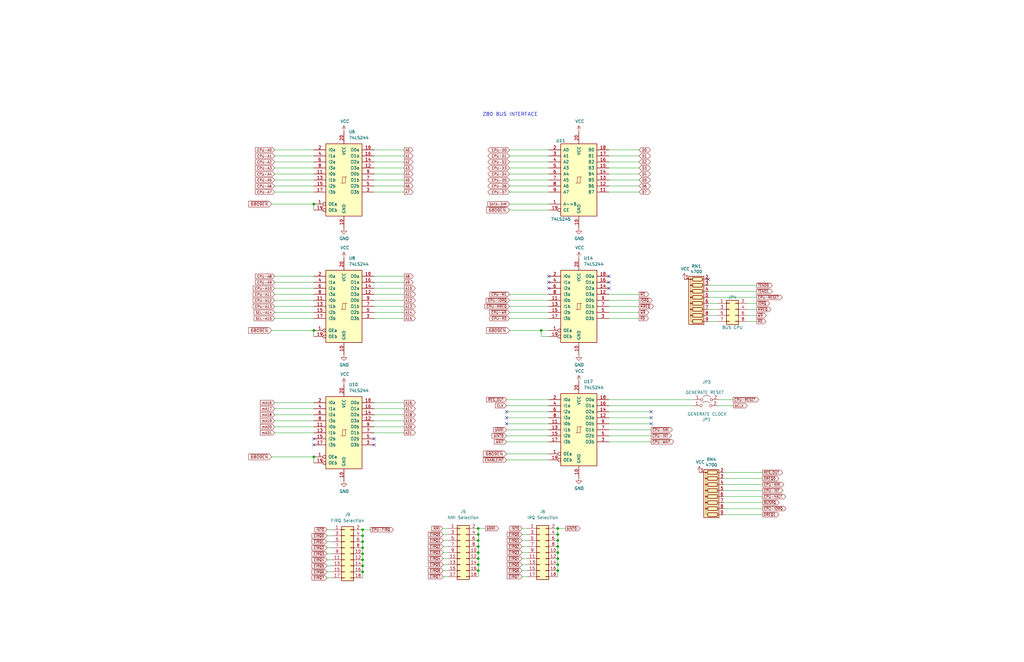
<source format=kicad_sch>
(kicad_sch (version 20211123) (generator eeschema)

  (uuid 86711b3b-1535-4bc5-89de-0c3ad8a96919)

  (paper "B")

  (title_block
    (title "Duodyne 6809 CPU board")
    (date "2023-12-30")
    (rev "V1.00")
  )

  (lib_symbols
    (symbol "74xx:74LS244" (pin_names (offset 1.016)) (in_bom yes) (on_board yes)
      (property "Reference" "U" (id 0) (at -7.62 16.51 0)
        (effects (font (size 1.27 1.27)))
      )
      (property "Value" "74LS244" (id 1) (at -7.62 -16.51 0)
        (effects (font (size 1.27 1.27)))
      )
      (property "Footprint" "" (id 2) (at 0 0 0)
        (effects (font (size 1.27 1.27)) hide)
      )
      (property "Datasheet" "http://www.ti.com/lit/ds/symlink/sn74ls244.pdf" (id 3) (at 0 0 0)
        (effects (font (size 1.27 1.27)) hide)
      )
      (property "ki_keywords" "7400 logic ttl low power schottky" (id 4) (at 0 0 0)
        (effects (font (size 1.27 1.27)) hide)
      )
      (property "ki_description" "Octal Buffer and Line Driver With 3-State Output, active-low enables, non-inverting outputs" (id 5) (at 0 0 0)
        (effects (font (size 1.27 1.27)) hide)
      )
      (property "ki_fp_filters" "DIP?20*" (id 6) (at 0 0 0)
        (effects (font (size 1.27 1.27)) hide)
      )
      (symbol "74LS244_1_0"
        (polyline
          (pts
            (xy -0.635 -1.27)
            (xy -0.635 1.27)
            (xy 0.635 1.27)
          )
          (stroke (width 0) (type default) (color 0 0 0 0))
          (fill (type none))
        )
        (polyline
          (pts
            (xy -1.27 -1.27)
            (xy 0.635 -1.27)
            (xy 0.635 1.27)
            (xy 1.27 1.27)
          )
          (stroke (width 0) (type default) (color 0 0 0 0))
          (fill (type none))
        )
        (pin input inverted (at -12.7 -10.16 0) (length 5.08)
          (name "OEa" (effects (font (size 1.27 1.27))))
          (number "1" (effects (font (size 1.27 1.27))))
        )
        (pin power_in line (at 0 -20.32 90) (length 5.08)
          (name "GND" (effects (font (size 1.27 1.27))))
          (number "10" (effects (font (size 1.27 1.27))))
        )
        (pin input line (at -12.7 2.54 0) (length 5.08)
          (name "I0b" (effects (font (size 1.27 1.27))))
          (number "11" (effects (font (size 1.27 1.27))))
        )
        (pin tri_state line (at 12.7 5.08 180) (length 5.08)
          (name "O3a" (effects (font (size 1.27 1.27))))
          (number "12" (effects (font (size 1.27 1.27))))
        )
        (pin input line (at -12.7 0 0) (length 5.08)
          (name "I1b" (effects (font (size 1.27 1.27))))
          (number "13" (effects (font (size 1.27 1.27))))
        )
        (pin tri_state line (at 12.7 7.62 180) (length 5.08)
          (name "O2a" (effects (font (size 1.27 1.27))))
          (number "14" (effects (font (size 1.27 1.27))))
        )
        (pin input line (at -12.7 -2.54 0) (length 5.08)
          (name "I2b" (effects (font (size 1.27 1.27))))
          (number "15" (effects (font (size 1.27 1.27))))
        )
        (pin tri_state line (at 12.7 10.16 180) (length 5.08)
          (name "O1a" (effects (font (size 1.27 1.27))))
          (number "16" (effects (font (size 1.27 1.27))))
        )
        (pin input line (at -12.7 -5.08 0) (length 5.08)
          (name "I3b" (effects (font (size 1.27 1.27))))
          (number "17" (effects (font (size 1.27 1.27))))
        )
        (pin tri_state line (at 12.7 12.7 180) (length 5.08)
          (name "O0a" (effects (font (size 1.27 1.27))))
          (number "18" (effects (font (size 1.27 1.27))))
        )
        (pin input inverted (at -12.7 -12.7 0) (length 5.08)
          (name "OEb" (effects (font (size 1.27 1.27))))
          (number "19" (effects (font (size 1.27 1.27))))
        )
        (pin input line (at -12.7 12.7 0) (length 5.08)
          (name "I0a" (effects (font (size 1.27 1.27))))
          (number "2" (effects (font (size 1.27 1.27))))
        )
        (pin power_in line (at 0 20.32 270) (length 5.08)
          (name "VCC" (effects (font (size 1.27 1.27))))
          (number "20" (effects (font (size 1.27 1.27))))
        )
        (pin tri_state line (at 12.7 -5.08 180) (length 5.08)
          (name "O3b" (effects (font (size 1.27 1.27))))
          (number "3" (effects (font (size 1.27 1.27))))
        )
        (pin input line (at -12.7 10.16 0) (length 5.08)
          (name "I1a" (effects (font (size 1.27 1.27))))
          (number "4" (effects (font (size 1.27 1.27))))
        )
        (pin tri_state line (at 12.7 -2.54 180) (length 5.08)
          (name "O2b" (effects (font (size 1.27 1.27))))
          (number "5" (effects (font (size 1.27 1.27))))
        )
        (pin input line (at -12.7 7.62 0) (length 5.08)
          (name "I2a" (effects (font (size 1.27 1.27))))
          (number "6" (effects (font (size 1.27 1.27))))
        )
        (pin tri_state line (at 12.7 0 180) (length 5.08)
          (name "O1b" (effects (font (size 1.27 1.27))))
          (number "7" (effects (font (size 1.27 1.27))))
        )
        (pin input line (at -12.7 5.08 0) (length 5.08)
          (name "I3a" (effects (font (size 1.27 1.27))))
          (number "8" (effects (font (size 1.27 1.27))))
        )
        (pin tri_state line (at 12.7 2.54 180) (length 5.08)
          (name "O0b" (effects (font (size 1.27 1.27))))
          (number "9" (effects (font (size 1.27 1.27))))
        )
      )
      (symbol "74LS244_1_1"
        (rectangle (start -7.62 15.24) (end 7.62 -15.24)
          (stroke (width 0.254) (type default) (color 0 0 0 0))
          (fill (type background))
        )
      )
    )
    (symbol "74xx:74LS245" (pin_names (offset 1.016)) (in_bom yes) (on_board yes)
      (property "Reference" "U" (id 0) (at -7.62 16.51 0)
        (effects (font (size 1.27 1.27)))
      )
      (property "Value" "74LS245" (id 1) (at -7.62 -16.51 0)
        (effects (font (size 1.27 1.27)))
      )
      (property "Footprint" "" (id 2) (at 0 0 0)
        (effects (font (size 1.27 1.27)) hide)
      )
      (property "Datasheet" "http://www.ti.com/lit/gpn/sn74LS245" (id 3) (at 0 0 0)
        (effects (font (size 1.27 1.27)) hide)
      )
      (property "ki_locked" "" (id 4) (at 0 0 0)
        (effects (font (size 1.27 1.27)))
      )
      (property "ki_keywords" "TTL BUS 3State" (id 5) (at 0 0 0)
        (effects (font (size 1.27 1.27)) hide)
      )
      (property "ki_description" "Octal BUS Transceivers, 3-State outputs" (id 6) (at 0 0 0)
        (effects (font (size 1.27 1.27)) hide)
      )
      (property "ki_fp_filters" "DIP?20*" (id 7) (at 0 0 0)
        (effects (font (size 1.27 1.27)) hide)
      )
      (symbol "74LS245_1_0"
        (polyline
          (pts
            (xy -0.635 -1.27)
            (xy -0.635 1.27)
            (xy 0.635 1.27)
          )
          (stroke (width 0) (type default) (color 0 0 0 0))
          (fill (type none))
        )
        (polyline
          (pts
            (xy -1.27 -1.27)
            (xy 0.635 -1.27)
            (xy 0.635 1.27)
            (xy 1.27 1.27)
          )
          (stroke (width 0) (type default) (color 0 0 0 0))
          (fill (type none))
        )
        (pin input line (at -12.7 -10.16 0) (length 5.08)
          (name "A->B" (effects (font (size 1.27 1.27))))
          (number "1" (effects (font (size 1.27 1.27))))
        )
        (pin power_in line (at 0 -20.32 90) (length 5.08)
          (name "GND" (effects (font (size 1.27 1.27))))
          (number "10" (effects (font (size 1.27 1.27))))
        )
        (pin tri_state line (at 12.7 -5.08 180) (length 5.08)
          (name "B7" (effects (font (size 1.27 1.27))))
          (number "11" (effects (font (size 1.27 1.27))))
        )
        (pin tri_state line (at 12.7 -2.54 180) (length 5.08)
          (name "B6" (effects (font (size 1.27 1.27))))
          (number "12" (effects (font (size 1.27 1.27))))
        )
        (pin tri_state line (at 12.7 0 180) (length 5.08)
          (name "B5" (effects (font (size 1.27 1.27))))
          (number "13" (effects (font (size 1.27 1.27))))
        )
        (pin tri_state line (at 12.7 2.54 180) (length 5.08)
          (name "B4" (effects (font (size 1.27 1.27))))
          (number "14" (effects (font (size 1.27 1.27))))
        )
        (pin tri_state line (at 12.7 5.08 180) (length 5.08)
          (name "B3" (effects (font (size 1.27 1.27))))
          (number "15" (effects (font (size 1.27 1.27))))
        )
        (pin tri_state line (at 12.7 7.62 180) (length 5.08)
          (name "B2" (effects (font (size 1.27 1.27))))
          (number "16" (effects (font (size 1.27 1.27))))
        )
        (pin tri_state line (at 12.7 10.16 180) (length 5.08)
          (name "B1" (effects (font (size 1.27 1.27))))
          (number "17" (effects (font (size 1.27 1.27))))
        )
        (pin tri_state line (at 12.7 12.7 180) (length 5.08)
          (name "B0" (effects (font (size 1.27 1.27))))
          (number "18" (effects (font (size 1.27 1.27))))
        )
        (pin input inverted (at -12.7 -12.7 0) (length 5.08)
          (name "CE" (effects (font (size 1.27 1.27))))
          (number "19" (effects (font (size 1.27 1.27))))
        )
        (pin tri_state line (at -12.7 12.7 0) (length 5.08)
          (name "A0" (effects (font (size 1.27 1.27))))
          (number "2" (effects (font (size 1.27 1.27))))
        )
        (pin power_in line (at 0 20.32 270) (length 5.08)
          (name "VCC" (effects (font (size 1.27 1.27))))
          (number "20" (effects (font (size 1.27 1.27))))
        )
        (pin tri_state line (at -12.7 10.16 0) (length 5.08)
          (name "A1" (effects (font (size 1.27 1.27))))
          (number "3" (effects (font (size 1.27 1.27))))
        )
        (pin tri_state line (at -12.7 7.62 0) (length 5.08)
          (name "A2" (effects (font (size 1.27 1.27))))
          (number "4" (effects (font (size 1.27 1.27))))
        )
        (pin tri_state line (at -12.7 5.08 0) (length 5.08)
          (name "A3" (effects (font (size 1.27 1.27))))
          (number "5" (effects (font (size 1.27 1.27))))
        )
        (pin tri_state line (at -12.7 2.54 0) (length 5.08)
          (name "A4" (effects (font (size 1.27 1.27))))
          (number "6" (effects (font (size 1.27 1.27))))
        )
        (pin tri_state line (at -12.7 0 0) (length 5.08)
          (name "A5" (effects (font (size 1.27 1.27))))
          (number "7" (effects (font (size 1.27 1.27))))
        )
        (pin tri_state line (at -12.7 -2.54 0) (length 5.08)
          (name "A6" (effects (font (size 1.27 1.27))))
          (number "8" (effects (font (size 1.27 1.27))))
        )
        (pin tri_state line (at -12.7 -5.08 0) (length 5.08)
          (name "A7" (effects (font (size 1.27 1.27))))
          (number "9" (effects (font (size 1.27 1.27))))
        )
      )
      (symbol "74LS245_1_1"
        (rectangle (start -7.62 15.24) (end 7.62 -15.24)
          (stroke (width 0.254) (type default) (color 0 0 0 0))
          (fill (type background))
        )
      )
    )
    (symbol "Connector_Generic:Conn_02x04_Odd_Even" (pin_names (offset 1.016) hide) (in_bom yes) (on_board yes)
      (property "Reference" "J" (id 0) (at 1.27 5.08 0)
        (effects (font (size 1.27 1.27)))
      )
      (property "Value" "Conn_02x04_Odd_Even" (id 1) (at 1.27 -7.62 0)
        (effects (font (size 1.27 1.27)))
      )
      (property "Footprint" "" (id 2) (at 0 0 0)
        (effects (font (size 1.27 1.27)) hide)
      )
      (property "Datasheet" "~" (id 3) (at 0 0 0)
        (effects (font (size 1.27 1.27)) hide)
      )
      (property "ki_keywords" "connector" (id 4) (at 0 0 0)
        (effects (font (size 1.27 1.27)) hide)
      )
      (property "ki_description" "Generic connector, double row, 02x04, odd/even pin numbering scheme (row 1 odd numbers, row 2 even numbers), script generated (kicad-library-utils/schlib/autogen/connector/)" (id 5) (at 0 0 0)
        (effects (font (size 1.27 1.27)) hide)
      )
      (property "ki_fp_filters" "Connector*:*_2x??_*" (id 6) (at 0 0 0)
        (effects (font (size 1.27 1.27)) hide)
      )
      (symbol "Conn_02x04_Odd_Even_1_1"
        (rectangle (start -1.27 -4.953) (end 0 -5.207)
          (stroke (width 0.1524) (type default) (color 0 0 0 0))
          (fill (type none))
        )
        (rectangle (start -1.27 -2.413) (end 0 -2.667)
          (stroke (width 0.1524) (type default) (color 0 0 0 0))
          (fill (type none))
        )
        (rectangle (start -1.27 0.127) (end 0 -0.127)
          (stroke (width 0.1524) (type default) (color 0 0 0 0))
          (fill (type none))
        )
        (rectangle (start -1.27 2.667) (end 0 2.413)
          (stroke (width 0.1524) (type default) (color 0 0 0 0))
          (fill (type none))
        )
        (rectangle (start -1.27 3.81) (end 3.81 -6.35)
          (stroke (width 0.254) (type default) (color 0 0 0 0))
          (fill (type background))
        )
        (rectangle (start 3.81 -4.953) (end 2.54 -5.207)
          (stroke (width 0.1524) (type default) (color 0 0 0 0))
          (fill (type none))
        )
        (rectangle (start 3.81 -2.413) (end 2.54 -2.667)
          (stroke (width 0.1524) (type default) (color 0 0 0 0))
          (fill (type none))
        )
        (rectangle (start 3.81 0.127) (end 2.54 -0.127)
          (stroke (width 0.1524) (type default) (color 0 0 0 0))
          (fill (type none))
        )
        (rectangle (start 3.81 2.667) (end 2.54 2.413)
          (stroke (width 0.1524) (type default) (color 0 0 0 0))
          (fill (type none))
        )
        (pin passive line (at -5.08 2.54 0) (length 3.81)
          (name "Pin_1" (effects (font (size 1.27 1.27))))
          (number "1" (effects (font (size 1.27 1.27))))
        )
        (pin passive line (at 7.62 2.54 180) (length 3.81)
          (name "Pin_2" (effects (font (size 1.27 1.27))))
          (number "2" (effects (font (size 1.27 1.27))))
        )
        (pin passive line (at -5.08 0 0) (length 3.81)
          (name "Pin_3" (effects (font (size 1.27 1.27))))
          (number "3" (effects (font (size 1.27 1.27))))
        )
        (pin passive line (at 7.62 0 180) (length 3.81)
          (name "Pin_4" (effects (font (size 1.27 1.27))))
          (number "4" (effects (font (size 1.27 1.27))))
        )
        (pin passive line (at -5.08 -2.54 0) (length 3.81)
          (name "Pin_5" (effects (font (size 1.27 1.27))))
          (number "5" (effects (font (size 1.27 1.27))))
        )
        (pin passive line (at 7.62 -2.54 180) (length 3.81)
          (name "Pin_6" (effects (font (size 1.27 1.27))))
          (number "6" (effects (font (size 1.27 1.27))))
        )
        (pin passive line (at -5.08 -5.08 0) (length 3.81)
          (name "Pin_7" (effects (font (size 1.27 1.27))))
          (number "7" (effects (font (size 1.27 1.27))))
        )
        (pin passive line (at 7.62 -5.08 180) (length 3.81)
          (name "Pin_8" (effects (font (size 1.27 1.27))))
          (number "8" (effects (font (size 1.27 1.27))))
        )
      )
    )
    (symbol "Connector_Generic:Conn_02x09_Odd_Even" (pin_names (offset 1.016) hide) (in_bom yes) (on_board yes)
      (property "Reference" "J" (id 0) (at 1.27 12.7 0)
        (effects (font (size 1.27 1.27)))
      )
      (property "Value" "Conn_02x09_Odd_Even" (id 1) (at 1.27 -12.7 0)
        (effects (font (size 1.27 1.27)))
      )
      (property "Footprint" "" (id 2) (at 0 0 0)
        (effects (font (size 1.27 1.27)) hide)
      )
      (property "Datasheet" "~" (id 3) (at 0 0 0)
        (effects (font (size 1.27 1.27)) hide)
      )
      (property "ki_keywords" "connector" (id 4) (at 0 0 0)
        (effects (font (size 1.27 1.27)) hide)
      )
      (property "ki_description" "Generic connector, double row, 02x09, odd/even pin numbering scheme (row 1 odd numbers, row 2 even numbers), script generated (kicad-library-utils/schlib/autogen/connector/)" (id 5) (at 0 0 0)
        (effects (font (size 1.27 1.27)) hide)
      )
      (property "ki_fp_filters" "Connector*:*_2x??_*" (id 6) (at 0 0 0)
        (effects (font (size 1.27 1.27)) hide)
      )
      (symbol "Conn_02x09_Odd_Even_1_1"
        (rectangle (start -1.27 -10.033) (end 0 -10.287)
          (stroke (width 0.1524) (type default) (color 0 0 0 0))
          (fill (type none))
        )
        (rectangle (start -1.27 -7.493) (end 0 -7.747)
          (stroke (width 0.1524) (type default) (color 0 0 0 0))
          (fill (type none))
        )
        (rectangle (start -1.27 -4.953) (end 0 -5.207)
          (stroke (width 0.1524) (type default) (color 0 0 0 0))
          (fill (type none))
        )
        (rectangle (start -1.27 -2.413) (end 0 -2.667)
          (stroke (width 0.1524) (type default) (color 0 0 0 0))
          (fill (type none))
        )
        (rectangle (start -1.27 0.127) (end 0 -0.127)
          (stroke (width 0.1524) (type default) (color 0 0 0 0))
          (fill (type none))
        )
        (rectangle (start -1.27 2.667) (end 0 2.413)
          (stroke (width 0.1524) (type default) (color 0 0 0 0))
          (fill (type none))
        )
        (rectangle (start -1.27 5.207) (end 0 4.953)
          (stroke (width 0.1524) (type default) (color 0 0 0 0))
          (fill (type none))
        )
        (rectangle (start -1.27 7.747) (end 0 7.493)
          (stroke (width 0.1524) (type default) (color 0 0 0 0))
          (fill (type none))
        )
        (rectangle (start -1.27 10.287) (end 0 10.033)
          (stroke (width 0.1524) (type default) (color 0 0 0 0))
          (fill (type none))
        )
        (rectangle (start -1.27 11.43) (end 3.81 -11.43)
          (stroke (width 0.254) (type default) (color 0 0 0 0))
          (fill (type background))
        )
        (rectangle (start 3.81 -10.033) (end 2.54 -10.287)
          (stroke (width 0.1524) (type default) (color 0 0 0 0))
          (fill (type none))
        )
        (rectangle (start 3.81 -7.493) (end 2.54 -7.747)
          (stroke (width 0.1524) (type default) (color 0 0 0 0))
          (fill (type none))
        )
        (rectangle (start 3.81 -4.953) (end 2.54 -5.207)
          (stroke (width 0.1524) (type default) (color 0 0 0 0))
          (fill (type none))
        )
        (rectangle (start 3.81 -2.413) (end 2.54 -2.667)
          (stroke (width 0.1524) (type default) (color 0 0 0 0))
          (fill (type none))
        )
        (rectangle (start 3.81 0.127) (end 2.54 -0.127)
          (stroke (width 0.1524) (type default) (color 0 0 0 0))
          (fill (type none))
        )
        (rectangle (start 3.81 2.667) (end 2.54 2.413)
          (stroke (width 0.1524) (type default) (color 0 0 0 0))
          (fill (type none))
        )
        (rectangle (start 3.81 5.207) (end 2.54 4.953)
          (stroke (width 0.1524) (type default) (color 0 0 0 0))
          (fill (type none))
        )
        (rectangle (start 3.81 7.747) (end 2.54 7.493)
          (stroke (width 0.1524) (type default) (color 0 0 0 0))
          (fill (type none))
        )
        (rectangle (start 3.81 10.287) (end 2.54 10.033)
          (stroke (width 0.1524) (type default) (color 0 0 0 0))
          (fill (type none))
        )
        (pin passive line (at -5.08 10.16 0) (length 3.81)
          (name "Pin_1" (effects (font (size 1.27 1.27))))
          (number "1" (effects (font (size 1.27 1.27))))
        )
        (pin passive line (at 7.62 0 180) (length 3.81)
          (name "Pin_10" (effects (font (size 1.27 1.27))))
          (number "10" (effects (font (size 1.27 1.27))))
        )
        (pin passive line (at -5.08 -2.54 0) (length 3.81)
          (name "Pin_11" (effects (font (size 1.27 1.27))))
          (number "11" (effects (font (size 1.27 1.27))))
        )
        (pin passive line (at 7.62 -2.54 180) (length 3.81)
          (name "Pin_12" (effects (font (size 1.27 1.27))))
          (number "12" (effects (font (size 1.27 1.27))))
        )
        (pin passive line (at -5.08 -5.08 0) (length 3.81)
          (name "Pin_13" (effects (font (size 1.27 1.27))))
          (number "13" (effects (font (size 1.27 1.27))))
        )
        (pin passive line (at 7.62 -5.08 180) (length 3.81)
          (name "Pin_14" (effects (font (size 1.27 1.27))))
          (number "14" (effects (font (size 1.27 1.27))))
        )
        (pin passive line (at -5.08 -7.62 0) (length 3.81)
          (name "Pin_15" (effects (font (size 1.27 1.27))))
          (number "15" (effects (font (size 1.27 1.27))))
        )
        (pin passive line (at 7.62 -7.62 180) (length 3.81)
          (name "Pin_16" (effects (font (size 1.27 1.27))))
          (number "16" (effects (font (size 1.27 1.27))))
        )
        (pin passive line (at -5.08 -10.16 0) (length 3.81)
          (name "Pin_17" (effects (font (size 1.27 1.27))))
          (number "17" (effects (font (size 1.27 1.27))))
        )
        (pin passive line (at 7.62 -10.16 180) (length 3.81)
          (name "Pin_18" (effects (font (size 1.27 1.27))))
          (number "18" (effects (font (size 1.27 1.27))))
        )
        (pin passive line (at 7.62 10.16 180) (length 3.81)
          (name "Pin_2" (effects (font (size 1.27 1.27))))
          (number "2" (effects (font (size 1.27 1.27))))
        )
        (pin passive line (at -5.08 7.62 0) (length 3.81)
          (name "Pin_3" (effects (font (size 1.27 1.27))))
          (number "3" (effects (font (size 1.27 1.27))))
        )
        (pin passive line (at 7.62 7.62 180) (length 3.81)
          (name "Pin_4" (effects (font (size 1.27 1.27))))
          (number "4" (effects (font (size 1.27 1.27))))
        )
        (pin passive line (at -5.08 5.08 0) (length 3.81)
          (name "Pin_5" (effects (font (size 1.27 1.27))))
          (number "5" (effects (font (size 1.27 1.27))))
        )
        (pin passive line (at 7.62 5.08 180) (length 3.81)
          (name "Pin_6" (effects (font (size 1.27 1.27))))
          (number "6" (effects (font (size 1.27 1.27))))
        )
        (pin passive line (at -5.08 2.54 0) (length 3.81)
          (name "Pin_7" (effects (font (size 1.27 1.27))))
          (number "7" (effects (font (size 1.27 1.27))))
        )
        (pin passive line (at 7.62 2.54 180) (length 3.81)
          (name "Pin_8" (effects (font (size 1.27 1.27))))
          (number "8" (effects (font (size 1.27 1.27))))
        )
        (pin passive line (at -5.08 0 0) (length 3.81)
          (name "Pin_9" (effects (font (size 1.27 1.27))))
          (number "9" (effects (font (size 1.27 1.27))))
        )
      )
    )
    (symbol "Device:R_Network08" (pin_names (offset 0) hide) (in_bom yes) (on_board yes)
      (property "Reference" "RN" (id 0) (at -12.7 0 90)
        (effects (font (size 1.27 1.27)))
      )
      (property "Value" "R_Network08" (id 1) (at 10.16 0 90)
        (effects (font (size 1.27 1.27)))
      )
      (property "Footprint" "Resistor_THT:R_Array_SIP9" (id 2) (at 12.065 0 90)
        (effects (font (size 1.27 1.27)) hide)
      )
      (property "Datasheet" "http://www.vishay.com/docs/31509/csc.pdf" (id 3) (at 0 0 0)
        (effects (font (size 1.27 1.27)) hide)
      )
      (property "ki_keywords" "R network star-topology" (id 4) (at 0 0 0)
        (effects (font (size 1.27 1.27)) hide)
      )
      (property "ki_description" "8 resistor network, star topology, bussed resistors, small symbol" (id 5) (at 0 0 0)
        (effects (font (size 1.27 1.27)) hide)
      )
      (property "ki_fp_filters" "R?Array?SIP*" (id 6) (at 0 0 0)
        (effects (font (size 1.27 1.27)) hide)
      )
      (symbol "R_Network08_0_1"
        (rectangle (start -11.43 -3.175) (end 8.89 3.175)
          (stroke (width 0.254) (type default) (color 0 0 0 0))
          (fill (type background))
        )
        (rectangle (start -10.922 1.524) (end -9.398 -2.54)
          (stroke (width 0.254) (type default) (color 0 0 0 0))
          (fill (type none))
        )
        (circle (center -10.16 2.286) (radius 0.254)
          (stroke (width 0) (type default) (color 0 0 0 0))
          (fill (type outline))
        )
        (rectangle (start -8.382 1.524) (end -6.858 -2.54)
          (stroke (width 0.254) (type default) (color 0 0 0 0))
          (fill (type none))
        )
        (circle (center -7.62 2.286) (radius 0.254)
          (stroke (width 0) (type default) (color 0 0 0 0))
          (fill (type outline))
        )
        (rectangle (start -5.842 1.524) (end -4.318 -2.54)
          (stroke (width 0.254) (type default) (color 0 0 0 0))
          (fill (type none))
        )
        (circle (center -5.08 2.286) (radius 0.254)
          (stroke (width 0) (type default) (color 0 0 0 0))
          (fill (type outline))
        )
        (rectangle (start -3.302 1.524) (end -1.778 -2.54)
          (stroke (width 0.254) (type default) (color 0 0 0 0))
          (fill (type none))
        )
        (circle (center -2.54 2.286) (radius 0.254)
          (stroke (width 0) (type default) (color 0 0 0 0))
          (fill (type outline))
        )
        (rectangle (start -0.762 1.524) (end 0.762 -2.54)
          (stroke (width 0.254) (type default) (color 0 0 0 0))
          (fill (type none))
        )
        (polyline
          (pts
            (xy -10.16 -2.54)
            (xy -10.16 -3.81)
          )
          (stroke (width 0) (type default) (color 0 0 0 0))
          (fill (type none))
        )
        (polyline
          (pts
            (xy -7.62 -2.54)
            (xy -7.62 -3.81)
          )
          (stroke (width 0) (type default) (color 0 0 0 0))
          (fill (type none))
        )
        (polyline
          (pts
            (xy -5.08 -2.54)
            (xy -5.08 -3.81)
          )
          (stroke (width 0) (type default) (color 0 0 0 0))
          (fill (type none))
        )
        (polyline
          (pts
            (xy -2.54 -2.54)
            (xy -2.54 -3.81)
          )
          (stroke (width 0) (type default) (color 0 0 0 0))
          (fill (type none))
        )
        (polyline
          (pts
            (xy 0 -2.54)
            (xy 0 -3.81)
          )
          (stroke (width 0) (type default) (color 0 0 0 0))
          (fill (type none))
        )
        (polyline
          (pts
            (xy 2.54 -2.54)
            (xy 2.54 -3.81)
          )
          (stroke (width 0) (type default) (color 0 0 0 0))
          (fill (type none))
        )
        (polyline
          (pts
            (xy 5.08 -2.54)
            (xy 5.08 -3.81)
          )
          (stroke (width 0) (type default) (color 0 0 0 0))
          (fill (type none))
        )
        (polyline
          (pts
            (xy 7.62 -2.54)
            (xy 7.62 -3.81)
          )
          (stroke (width 0) (type default) (color 0 0 0 0))
          (fill (type none))
        )
        (polyline
          (pts
            (xy -10.16 1.524)
            (xy -10.16 2.286)
            (xy -7.62 2.286)
            (xy -7.62 1.524)
          )
          (stroke (width 0) (type default) (color 0 0 0 0))
          (fill (type none))
        )
        (polyline
          (pts
            (xy -7.62 1.524)
            (xy -7.62 2.286)
            (xy -5.08 2.286)
            (xy -5.08 1.524)
          )
          (stroke (width 0) (type default) (color 0 0 0 0))
          (fill (type none))
        )
        (polyline
          (pts
            (xy -5.08 1.524)
            (xy -5.08 2.286)
            (xy -2.54 2.286)
            (xy -2.54 1.524)
          )
          (stroke (width 0) (type default) (color 0 0 0 0))
          (fill (type none))
        )
        (polyline
          (pts
            (xy -2.54 1.524)
            (xy -2.54 2.286)
            (xy 0 2.286)
            (xy 0 1.524)
          )
          (stroke (width 0) (type default) (color 0 0 0 0))
          (fill (type none))
        )
        (polyline
          (pts
            (xy 0 1.524)
            (xy 0 2.286)
            (xy 2.54 2.286)
            (xy 2.54 1.524)
          )
          (stroke (width 0) (type default) (color 0 0 0 0))
          (fill (type none))
        )
        (polyline
          (pts
            (xy 2.54 1.524)
            (xy 2.54 2.286)
            (xy 5.08 2.286)
            (xy 5.08 1.524)
          )
          (stroke (width 0) (type default) (color 0 0 0 0))
          (fill (type none))
        )
        (polyline
          (pts
            (xy 5.08 1.524)
            (xy 5.08 2.286)
            (xy 7.62 2.286)
            (xy 7.62 1.524)
          )
          (stroke (width 0) (type default) (color 0 0 0 0))
          (fill (type none))
        )
        (circle (center 0 2.286) (radius 0.254)
          (stroke (width 0) (type default) (color 0 0 0 0))
          (fill (type outline))
        )
        (rectangle (start 1.778 1.524) (end 3.302 -2.54)
          (stroke (width 0.254) (type default) (color 0 0 0 0))
          (fill (type none))
        )
        (circle (center 2.54 2.286) (radius 0.254)
          (stroke (width 0) (type default) (color 0 0 0 0))
          (fill (type outline))
        )
        (rectangle (start 4.318 1.524) (end 5.842 -2.54)
          (stroke (width 0.254) (type default) (color 0 0 0 0))
          (fill (type none))
        )
        (circle (center 5.08 2.286) (radius 0.254)
          (stroke (width 0) (type default) (color 0 0 0 0))
          (fill (type outline))
        )
        (rectangle (start 6.858 1.524) (end 8.382 -2.54)
          (stroke (width 0.254) (type default) (color 0 0 0 0))
          (fill (type none))
        )
      )
      (symbol "R_Network08_1_1"
        (pin passive line (at -10.16 5.08 270) (length 2.54)
          (name "common" (effects (font (size 1.27 1.27))))
          (number "1" (effects (font (size 1.27 1.27))))
        )
        (pin passive line (at -10.16 -5.08 90) (length 1.27)
          (name "R1" (effects (font (size 1.27 1.27))))
          (number "2" (effects (font (size 1.27 1.27))))
        )
        (pin passive line (at -7.62 -5.08 90) (length 1.27)
          (name "R2" (effects (font (size 1.27 1.27))))
          (number "3" (effects (font (size 1.27 1.27))))
        )
        (pin passive line (at -5.08 -5.08 90) (length 1.27)
          (name "R3" (effects (font (size 1.27 1.27))))
          (number "4" (effects (font (size 1.27 1.27))))
        )
        (pin passive line (at -2.54 -5.08 90) (length 1.27)
          (name "R4" (effects (font (size 1.27 1.27))))
          (number "5" (effects (font (size 1.27 1.27))))
        )
        (pin passive line (at 0 -5.08 90) (length 1.27)
          (name "R5" (effects (font (size 1.27 1.27))))
          (number "6" (effects (font (size 1.27 1.27))))
        )
        (pin passive line (at 2.54 -5.08 90) (length 1.27)
          (name "R6" (effects (font (size 1.27 1.27))))
          (number "7" (effects (font (size 1.27 1.27))))
        )
        (pin passive line (at 5.08 -5.08 90) (length 1.27)
          (name "R7" (effects (font (size 1.27 1.27))))
          (number "8" (effects (font (size 1.27 1.27))))
        )
        (pin passive line (at 7.62 -5.08 90) (length 1.27)
          (name "R8" (effects (font (size 1.27 1.27))))
          (number "9" (effects (font (size 1.27 1.27))))
        )
      )
    )
    (symbol "Jumper:Jumper_2_Open" (pin_names (offset 0) hide) (in_bom yes) (on_board yes)
      (property "Reference" "JP" (id 0) (at 0 2.794 0)
        (effects (font (size 1.27 1.27)))
      )
      (property "Value" "Jumper_2_Open" (id 1) (at 0 -2.286 0)
        (effects (font (size 1.27 1.27)))
      )
      (property "Footprint" "" (id 2) (at 0 0 0)
        (effects (font (size 1.27 1.27)) hide)
      )
      (property "Datasheet" "~" (id 3) (at 0 0 0)
        (effects (font (size 1.27 1.27)) hide)
      )
      (property "ki_keywords" "Jumper SPST" (id 4) (at 0 0 0)
        (effects (font (size 1.27 1.27)) hide)
      )
      (property "ki_description" "Jumper, 2-pole, open" (id 5) (at 0 0 0)
        (effects (font (size 1.27 1.27)) hide)
      )
      (property "ki_fp_filters" "Jumper* TestPoint*2Pads* TestPoint*Bridge*" (id 6) (at 0 0 0)
        (effects (font (size 1.27 1.27)) hide)
      )
      (symbol "Jumper_2_Open_0_0"
        (circle (center -2.032 0) (radius 0.508)
          (stroke (width 0) (type default) (color 0 0 0 0))
          (fill (type none))
        )
        (circle (center 2.032 0) (radius 0.508)
          (stroke (width 0) (type default) (color 0 0 0 0))
          (fill (type none))
        )
      )
      (symbol "Jumper_2_Open_0_1"
        (arc (start 1.524 1.27) (mid 0 1.778) (end -1.524 1.27)
          (stroke (width 0) (type default) (color 0 0 0 0))
          (fill (type none))
        )
      )
      (symbol "Jumper_2_Open_1_1"
        (pin passive line (at -5.08 0 0) (length 2.54)
          (name "A" (effects (font (size 1.27 1.27))))
          (number "1" (effects (font (size 1.27 1.27))))
        )
        (pin passive line (at 5.08 0 180) (length 2.54)
          (name "B" (effects (font (size 1.27 1.27))))
          (number "2" (effects (font (size 1.27 1.27))))
        )
      )
    )
    (symbol "power:GND" (power) (pin_names (offset 0)) (in_bom yes) (on_board yes)
      (property "Reference" "#PWR" (id 0) (at 0 -6.35 0)
        (effects (font (size 1.27 1.27)) hide)
      )
      (property "Value" "GND" (id 1) (at 0 -3.81 0)
        (effects (font (size 1.27 1.27)))
      )
      (property "Footprint" "" (id 2) (at 0 0 0)
        (effects (font (size 1.27 1.27)) hide)
      )
      (property "Datasheet" "" (id 3) (at 0 0 0)
        (effects (font (size 1.27 1.27)) hide)
      )
      (property "ki_keywords" "global power" (id 4) (at 0 0 0)
        (effects (font (size 1.27 1.27)) hide)
      )
      (property "ki_description" "Power symbol creates a global label with name \"GND\" , ground" (id 5) (at 0 0 0)
        (effects (font (size 1.27 1.27)) hide)
      )
      (symbol "GND_0_1"
        (polyline
          (pts
            (xy 0 0)
            (xy 0 -1.27)
            (xy 1.27 -1.27)
            (xy 0 -2.54)
            (xy -1.27 -1.27)
            (xy 0 -1.27)
          )
          (stroke (width 0) (type default) (color 0 0 0 0))
          (fill (type none))
        )
      )
      (symbol "GND_1_1"
        (pin power_in line (at 0 0 270) (length 0) hide
          (name "GND" (effects (font (size 1.27 1.27))))
          (number "1" (effects (font (size 1.27 1.27))))
        )
      )
    )
    (symbol "power:VCC" (power) (pin_names (offset 0)) (in_bom yes) (on_board yes)
      (property "Reference" "#PWR" (id 0) (at 0 -3.81 0)
        (effects (font (size 1.27 1.27)) hide)
      )
      (property "Value" "VCC" (id 1) (at 0 3.81 0)
        (effects (font (size 1.27 1.27)))
      )
      (property "Footprint" "" (id 2) (at 0 0 0)
        (effects (font (size 1.27 1.27)) hide)
      )
      (property "Datasheet" "" (id 3) (at 0 0 0)
        (effects (font (size 1.27 1.27)) hide)
      )
      (property "ki_keywords" "global power" (id 4) (at 0 0 0)
        (effects (font (size 1.27 1.27)) hide)
      )
      (property "ki_description" "Power symbol creates a global label with name \"VCC\"" (id 5) (at 0 0 0)
        (effects (font (size 1.27 1.27)) hide)
      )
      (symbol "VCC_0_1"
        (polyline
          (pts
            (xy -0.762 1.27)
            (xy 0 2.54)
          )
          (stroke (width 0) (type default) (color 0 0 0 0))
          (fill (type none))
        )
        (polyline
          (pts
            (xy 0 0)
            (xy 0 2.54)
          )
          (stroke (width 0) (type default) (color 0 0 0 0))
          (fill (type none))
        )
        (polyline
          (pts
            (xy 0 2.54)
            (xy 0.762 1.27)
          )
          (stroke (width 0) (type default) (color 0 0 0 0))
          (fill (type none))
        )
      )
      (symbol "VCC_1_1"
        (pin power_in line (at 0 0 90) (length 0) hide
          (name "VCC" (effects (font (size 1.27 1.27))))
          (number "1" (effects (font (size 1.27 1.27))))
        )
      )
    )
  )

  (junction (at 152.908 236.22) (diameter 0) (color 0 0 0 0)
    (uuid 028251f3-8f8b-4981-8b42-408a238d80e2)
  )
  (junction (at 201.676 238.252) (diameter 0) (color 0 0 0 0)
    (uuid 0567c8d8-f10d-4d2a-8293-cda246bc989f)
  )
  (junction (at 235.204 240.792) (diameter 0) (color 0 0 0 0)
    (uuid 0bb7968a-962b-42b8-8543-02f4b1c158f3)
  )
  (junction (at 201.676 240.792) (diameter 0) (color 0 0 0 0)
    (uuid 1945ea86-12c7-4eb3-b245-d74ff481cff0)
  )
  (junction (at 152.908 231.14) (diameter 0) (color 0 0 0 0)
    (uuid 1e6a7a75-4ef1-43db-bf5d-f86d15982aa4)
  )
  (junction (at 152.908 238.76) (diameter 0) (color 0 0 0 0)
    (uuid 2f27107e-922b-40af-8c14-2dac57a8228f)
  )
  (junction (at 235.204 238.252) (diameter 0) (color 0 0 0 0)
    (uuid 2f606bcb-d5ec-402b-bf8c-d725e5fec55e)
  )
  (junction (at 152.908 241.3) (diameter 0) (color 0 0 0 0)
    (uuid 334eb50f-9d7b-47d0-9e8a-cbffde1b49a8)
  )
  (junction (at 235.204 233.172) (diameter 0) (color 0 0 0 0)
    (uuid 3cac8acf-ce7e-41a8-be2c-cf3dbe229ce3)
  )
  (junction (at 201.676 230.632) (diameter 0) (color 0 0 0 0)
    (uuid 4e12abd6-1ea5-4119-a1ff-18843bc77fe1)
  )
  (junction (at 132.334 139.446) (diameter 0) (color 0 0 0 0)
    (uuid 6634c72b-baa3-4ef1-8f0f-95b95b912c5d)
  )
  (junction (at 235.204 230.632) (diameter 0) (color 0 0 0 0)
    (uuid 6eaeeedc-d022-4a20-8212-6d36dfa26e61)
  )
  (junction (at 152.908 226.06) (diameter 0) (color 0 0 0 0)
    (uuid 77414cf2-59a7-4e67-95b1-4a70d9422437)
  )
  (junction (at 201.676 228.092) (diameter 0) (color 0 0 0 0)
    (uuid 9a9aa474-8faa-4917-b26d-82d1e23bee82)
  )
  (junction (at 201.676 223.012) (diameter 0) (color 0 0 0 0)
    (uuid a2276e28-f496-4877-87b6-47ca9048243b)
  )
  (junction (at 152.908 223.52) (diameter 0) (color 0 0 0 0)
    (uuid a3635767-831d-405d-b4b1-6011f9b0723a)
  )
  (junction (at 201.676 235.712) (diameter 0) (color 0 0 0 0)
    (uuid a37e0313-782d-4f95-a3ae-e82914fc4261)
  )
  (junction (at 152.908 233.68) (diameter 0) (color 0 0 0 0)
    (uuid b25b9fda-8e9b-4b8f-8d8c-101b1352add1)
  )
  (junction (at 201.676 225.552) (diameter 0) (color 0 0 0 0)
    (uuid bf7e8ba5-4b2a-4a12-9cfb-b093a370a201)
  )
  (junction (at 235.204 228.092) (diameter 0) (color 0 0 0 0)
    (uuid c6dfeede-98c2-4670-bad4-65d1eff9547d)
  )
  (junction (at 132.334 192.786) (diameter 0) (color 0 0 0 0)
    (uuid d062fc28-acf9-4f39-a41e-7dc4d443e4fa)
  )
  (junction (at 228.219 139.446) (diameter 0) (color 0 0 0 0)
    (uuid d9914967-843a-4918-8ef3-eb615f3931b3)
  )
  (junction (at 235.204 235.712) (diameter 0) (color 0 0 0 0)
    (uuid da5061ee-b620-47d3-a13e-0b6d45131954)
  )
  (junction (at 235.204 223.012) (diameter 0) (color 0 0 0 0)
    (uuid ec1d6d49-e924-43d3-935c-61aafbae39df)
  )
  (junction (at 152.908 228.6) (diameter 0) (color 0 0 0 0)
    (uuid ec5b4b3e-a524-484b-a2ff-cf04d37ab477)
  )
  (junction (at 235.204 225.552) (diameter 0) (color 0 0 0 0)
    (uuid efcd44fa-6ecb-413b-bd3b-d33abf899385)
  )
  (junction (at 201.676 233.172) (diameter 0) (color 0 0 0 0)
    (uuid fb6bede5-b564-4821-8baf-495f7c17c294)
  )
  (junction (at 132.334 86.106) (diameter 0) (color 0 0 0 0)
    (uuid fdd26136-e0ce-467e-b421-1123d4dbbcf2)
  )

  (no_connect (at 213.614 178.816) (uuid 0d7e3c5a-76d4-4424-950c-497564d8eaf8))
  (no_connect (at 213.614 173.736) (uuid 0f4dc927-db38-4b9b-865f-aa8660cbf906))
  (no_connect (at 231.394 121.666) (uuid 202f5958-a367-44de-83a4-ab761b6c2e66))
  (no_connect (at 157.734 187.706) (uuid 2ff35cf9-ccce-4d40-94b7-21cae22a522e))
  (no_connect (at 213.614 176.276) (uuid 6a65a766-84bb-4445-a896-f75dca25c5a1))
  (no_connect (at 231.394 116.586) (uuid 7da8e7d4-2ffa-4a25-9c0c-f91fc093209c))
  (no_connect (at 256.794 116.586) (uuid 9329a49d-e208-4e75-9333-26623105a002))
  (no_connect (at 132.334 185.166) (uuid ab4601b7-48d7-4e1f-9c12-81672325c919))
  (no_connect (at 274.574 176.276) (uuid b412e803-73c7-4fad-aa4e-3f3d15334e21))
  (no_connect (at 274.574 173.736) (uuid be05a41f-2b6f-457b-98b9-0d06734790fe))
  (no_connect (at 256.794 121.666) (uuid c36883d5-907f-4071-b01e-c51b3b01c95b))
  (no_connect (at 274.574 178.816) (uuid dd6b4840-d802-4440-b872-4fbc7066da0e))
  (no_connect (at 157.734 185.166) (uuid ddc571ec-0001-46fc-9c42-561d64ae6ff0))
  (no_connect (at 256.794 119.126) (uuid ef6103cf-a2b4-4ff0-b1de-ecb9061718fc))
  (no_connect (at 231.394 119.126) (uuid efb390ce-3bb2-4771-b8b0-1cd8d7e9c321))
  (no_connect (at 298.704 117.856) (uuid f05e366b-b1aa-4bc9-8047-4e62728b7798))
  (no_connect (at 132.334 187.706) (uuid fce8d456-128a-4eda-880a-59c24e4e9b35))

  (wire (pts (xy 213.614 183.896) (xy 231.394 183.896))
    (stroke (width 0) (type default) (color 0 0 0 0))
    (uuid 01a33235-7d9a-4f9a-b277-54a5f093b9de)
  )
  (wire (pts (xy 220.218 233.172) (xy 222.504 233.172))
    (stroke (width 0) (type default) (color 0 0 0 0))
    (uuid 040fa744-b2ae-4b4f-a945-7ea15b30306b)
  )
  (wire (pts (xy 157.734 126.746) (xy 170.434 126.746))
    (stroke (width 0) (type default) (color 0 0 0 0))
    (uuid 0545e37c-15ac-4365-b60b-38561775294a)
  )
  (wire (pts (xy 157.734 134.366) (xy 170.434 134.366))
    (stroke (width 0) (type default) (color 0 0 0 0))
    (uuid 05608540-a249-493e-b095-f3d923e3bb6d)
  )
  (wire (pts (xy 231.394 124.206) (xy 214.884 124.206))
    (stroke (width 0) (type default) (color 0 0 0 0))
    (uuid 0605f971-ed22-4869-9959-1b902ea011e6)
  )
  (wire (pts (xy 137.922 233.68) (xy 140.208 233.68))
    (stroke (width 0) (type default) (color 0 0 0 0))
    (uuid 08140162-f989-45b3-a7eb-d8319cb36df9)
  )
  (wire (pts (xy 235.204 228.092) (xy 235.204 230.632))
    (stroke (width 0) (type default) (color 0 0 0 0))
    (uuid 0932c713-0ed0-48b1-b5e9-3ba81acf7c89)
  )
  (wire (pts (xy 157.734 131.826) (xy 170.434 131.826))
    (stroke (width 0) (type default) (color 0 0 0 0))
    (uuid 09882fb0-0298-4219-bc15-e53b832a371c)
  )
  (wire (pts (xy 235.204 235.712) (xy 235.204 238.252))
    (stroke (width 0) (type default) (color 0 0 0 0))
    (uuid 0b05ccf4-1206-4810-8c43-660653971ead)
  )
  (wire (pts (xy 186.944 238.252) (xy 188.976 238.252))
    (stroke (width 0) (type default) (color 0 0 0 0))
    (uuid 0c142347-a45e-4404-a3f3-cffee32cb8ee)
  )
  (wire (pts (xy 213.614 173.736) (xy 231.394 173.736))
    (stroke (width 0) (type default) (color 0 0 0 0))
    (uuid 0e420e4d-7d41-4b6d-8eda-2e324abdc8b7)
  )
  (wire (pts (xy 137.922 241.3) (xy 140.208 241.3))
    (stroke (width 0) (type default) (color 0 0 0 0))
    (uuid 0e425161-782f-4429-8b9f-49962fcc5c64)
  )
  (wire (pts (xy 132.334 139.446) (xy 114.554 139.446))
    (stroke (width 0) (type default) (color 0 0 0 0))
    (uuid 0f7a52a3-62a1-4a5d-93e0-d93ce0a6d4ea)
  )
  (wire (pts (xy 214.884 126.746) (xy 231.394 126.746))
    (stroke (width 0) (type default) (color 0 0 0 0))
    (uuid 106a1069-c8d9-4452-a97c-bf3b2b284c1b)
  )
  (wire (pts (xy 256.794 78.486) (xy 269.494 78.486))
    (stroke (width 0) (type default) (color 0 0 0 0))
    (uuid 1324a3af-f37a-4605-b764-04f2ee14ca17)
  )
  (wire (pts (xy 303.022 168.656) (xy 309.118 168.656))
    (stroke (width 0) (type default) (color 0 0 0 0))
    (uuid 135be43a-67a3-4a41-9355-646c1bc66050)
  )
  (wire (pts (xy 115.824 182.626) (xy 132.334 182.626))
    (stroke (width 0) (type default) (color 0 0 0 0))
    (uuid 1404a1dd-89e5-48b0-bc5c-57f565acbfe5)
  )
  (wire (pts (xy 315.214 128.016) (xy 319.024 128.016))
    (stroke (width 0) (type default) (color 0 0 0 0))
    (uuid 14dd8862-ce1d-4b87-888c-66a903ca2c2f)
  )
  (wire (pts (xy 256.794 73.406) (xy 269.494 73.406))
    (stroke (width 0) (type default) (color 0 0 0 0))
    (uuid 1524d5bb-a0a8-4177-8816-42616f960a4a)
  )
  (wire (pts (xy 235.204 223.012) (xy 238.506 223.012))
    (stroke (width 0) (type default) (color 0 0 0 0))
    (uuid 155dfc7a-aa45-4b69-bf03-f8a713b2c46e)
  )
  (wire (pts (xy 228.219 141.986) (xy 228.219 139.446))
    (stroke (width 0) (type default) (color 0 0 0 0))
    (uuid 168215c2-1cf2-45b5-b3bd-f57a4f85f273)
  )
  (wire (pts (xy 186.944 240.792) (xy 188.976 240.792))
    (stroke (width 0) (type default) (color 0 0 0 0))
    (uuid 17e4982b-e89c-46a6-a692-5ac21762b805)
  )
  (wire (pts (xy 213.614 194.056) (xy 231.394 194.056))
    (stroke (width 0) (type default) (color 0 0 0 0))
    (uuid 1a943c16-e4de-475f-a13a-661e01112595)
  )
  (wire (pts (xy 305.054 201.93) (xy 321.564 201.93))
    (stroke (width 0) (type default) (color 0 0 0 0))
    (uuid 1af7f005-bb11-46be-b90d-1c71a8d3c917)
  )
  (wire (pts (xy 298.704 133.096) (xy 302.514 133.096))
    (stroke (width 0) (type default) (color 0 0 0 0))
    (uuid 2216fd6d-7e61-4475-b23c-e1188a85a9c8)
  )
  (wire (pts (xy 115.824 131.826) (xy 132.334 131.826))
    (stroke (width 0) (type default) (color 0 0 0 0))
    (uuid 23b7a1cc-fd22-4b24-a1a7-1fde4ef8b9a1)
  )
  (wire (pts (xy 201.676 230.632) (xy 201.676 233.172))
    (stroke (width 0) (type default) (color 0 0 0 0))
    (uuid 242a35ab-1227-4b6e-82ca-d2804e82ba8a)
  )
  (wire (pts (xy 157.734 180.086) (xy 170.434 180.086))
    (stroke (width 0) (type default) (color 0 0 0 0))
    (uuid 24c95c7c-ee3c-45d7-a912-c7410906d4b4)
  )
  (wire (pts (xy 214.884 70.866) (xy 231.394 70.866))
    (stroke (width 0) (type default) (color 0 0 0 0))
    (uuid 25561142-2854-4978-8744-1ef0c100a059)
  )
  (wire (pts (xy 256.794 186.436) (xy 274.574 186.436))
    (stroke (width 0) (type default) (color 0 0 0 0))
    (uuid 2581bfed-b579-4c67-a782-a3ad6c0ff2e8)
  )
  (wire (pts (xy 132.334 195.326) (xy 132.334 192.786))
    (stroke (width 0) (type default) (color 0 0 0 0))
    (uuid 26b01cbf-4a53-45cc-925a-6eaf45c3253d)
  )
  (wire (pts (xy 213.614 181.356) (xy 231.394 181.356))
    (stroke (width 0) (type default) (color 0 0 0 0))
    (uuid 26dc51a0-8fd9-4eae-9ff0-2387c8890f50)
  )
  (wire (pts (xy 214.884 81.026) (xy 231.394 81.026))
    (stroke (width 0) (type default) (color 0 0 0 0))
    (uuid 28426b45-508f-4b57-8ac5-45737cb830ba)
  )
  (wire (pts (xy 256.794 131.826) (xy 269.494 131.826))
    (stroke (width 0) (type default) (color 0 0 0 0))
    (uuid 2887ca4c-d4c4-477f-9f42-9fe51f4f5174)
  )
  (wire (pts (xy 115.824 124.206) (xy 132.334 124.206))
    (stroke (width 0) (type default) (color 0 0 0 0))
    (uuid 2a0f16f2-3345-4ed1-be55-c2bf333cdce0)
  )
  (wire (pts (xy 235.204 238.252) (xy 235.204 240.792))
    (stroke (width 0) (type default) (color 0 0 0 0))
    (uuid 2bb79e2a-5292-4cc5-a63d-88c07225bf42)
  )
  (wire (pts (xy 201.676 223.012) (xy 201.676 225.552))
    (stroke (width 0) (type default) (color 0 0 0 0))
    (uuid 2e94a8cf-e6dc-418b-ac25-31ee87126d04)
  )
  (wire (pts (xy 305.054 217.17) (xy 321.564 217.17))
    (stroke (width 0) (type default) (color 0 0 0 0))
    (uuid 301a78d9-d9fc-46e8-9607-5754c6ab2ac6)
  )
  (wire (pts (xy 213.614 178.816) (xy 231.394 178.816))
    (stroke (width 0) (type default) (color 0 0 0 0))
    (uuid 30551541-7b3d-4bfd-9cc3-5cb01b38430d)
  )
  (wire (pts (xy 132.334 192.786) (xy 114.554 192.786))
    (stroke (width 0) (type default) (color 0 0 0 0))
    (uuid 30e89b7d-e0ae-4f9e-8f41-c175765ef1d7)
  )
  (wire (pts (xy 220.218 228.092) (xy 222.504 228.092))
    (stroke (width 0) (type default) (color 0 0 0 0))
    (uuid 3250a528-809c-4133-a504-0d2d0d62bf8e)
  )
  (wire (pts (xy 298.704 125.476) (xy 319.024 125.476))
    (stroke (width 0) (type default) (color 0 0 0 0))
    (uuid 35531e82-504d-4e10-ba21-83cc56b6443d)
  )
  (wire (pts (xy 214.884 86.106) (xy 231.394 86.106))
    (stroke (width 0) (type default) (color 0 0 0 0))
    (uuid 3d8ea23b-2de9-410f-bf5e-9e6d28b5a5a1)
  )
  (wire (pts (xy 152.908 236.22) (xy 152.908 238.76))
    (stroke (width 0) (type default) (color 0 0 0 0))
    (uuid 3d93d8c5-bb68-49bb-90dd-e56447f791c8)
  )
  (wire (pts (xy 137.922 231.14) (xy 140.208 231.14))
    (stroke (width 0) (type default) (color 0 0 0 0))
    (uuid 3db39886-1a26-4c11-8203-dc3b70242ae5)
  )
  (wire (pts (xy 115.824 172.466) (xy 132.334 172.466))
    (stroke (width 0) (type default) (color 0 0 0 0))
    (uuid 3e7a7686-4667-4dc2-83e1-cec8f6b71cd8)
  )
  (wire (pts (xy 186.944 228.092) (xy 188.976 228.092))
    (stroke (width 0) (type default) (color 0 0 0 0))
    (uuid 3ee69010-cd86-4417-8cca-72a0d18417a3)
  )
  (wire (pts (xy 201.676 238.252) (xy 201.676 240.792))
    (stroke (width 0) (type default) (color 0 0 0 0))
    (uuid 3f40076d-adad-4989-af45-bd0834b4aa06)
  )
  (wire (pts (xy 157.734 78.486) (xy 170.434 78.486))
    (stroke (width 0) (type default) (color 0 0 0 0))
    (uuid 3f51ee6f-6ac3-4084-90d8-182ae8b0c3c0)
  )
  (wire (pts (xy 220.218 240.792) (xy 222.504 240.792))
    (stroke (width 0) (type default) (color 0 0 0 0))
    (uuid 3f93b65d-1f4d-490d-a40c-b2d20959fd6f)
  )
  (wire (pts (xy 256.794 176.276) (xy 274.574 176.276))
    (stroke (width 0) (type default) (color 0 0 0 0))
    (uuid 40c2e7a2-4d2a-4628-a75a-3f8de24262c8)
  )
  (wire (pts (xy 186.944 225.552) (xy 188.976 225.552))
    (stroke (width 0) (type default) (color 0 0 0 0))
    (uuid 439e6188-5a69-4e79-a07d-47a75f37b12e)
  )
  (wire (pts (xy 152.908 228.6) (xy 152.908 231.14))
    (stroke (width 0) (type default) (color 0 0 0 0))
    (uuid 43d6f946-f41d-4f2d-87b3-9b8dd7d7b2f4)
  )
  (wire (pts (xy 256.794 129.286) (xy 269.494 129.286))
    (stroke (width 0) (type default) (color 0 0 0 0))
    (uuid 44e5a832-6019-4310-a6ad-c044c09ec10f)
  )
  (wire (pts (xy 157.734 121.666) (xy 170.434 121.666))
    (stroke (width 0) (type default) (color 0 0 0 0))
    (uuid 46dced0c-e7e6-4e25-85db-41bf7e91a8a1)
  )
  (wire (pts (xy 115.824 65.786) (xy 132.334 65.786))
    (stroke (width 0) (type default) (color 0 0 0 0))
    (uuid 48663a12-01ac-4fd2-ab2b-1f669aded5a1)
  )
  (wire (pts (xy 186.944 230.632) (xy 188.976 230.632))
    (stroke (width 0) (type default) (color 0 0 0 0))
    (uuid 48bf9aa5-ea0e-49c1-898b-2fcad9ccdf0e)
  )
  (wire (pts (xy 305.054 207.01) (xy 321.564 207.01))
    (stroke (width 0) (type default) (color 0 0 0 0))
    (uuid 49d945d7-a732-4eba-acf1-ec6a7274b992)
  )
  (wire (pts (xy 152.908 238.76) (xy 152.908 241.3))
    (stroke (width 0) (type default) (color 0 0 0 0))
    (uuid 4bb00c83-8887-40f1-b1a8-0614a66f441d)
  )
  (wire (pts (xy 213.614 186.436) (xy 231.394 186.436))
    (stroke (width 0) (type default) (color 0 0 0 0))
    (uuid 4c667ab3-67d7-44fa-857c-00328ab4cf4a)
  )
  (wire (pts (xy 137.922 243.84) (xy 140.208 243.84))
    (stroke (width 0) (type default) (color 0 0 0 0))
    (uuid 4da9695a-69ca-47c4-bed1-07b2d1301666)
  )
  (wire (pts (xy 115.824 134.366) (xy 132.334 134.366))
    (stroke (width 0) (type default) (color 0 0 0 0))
    (uuid 4edd1f00-15fc-4c09-8182-ae55b36578ff)
  )
  (wire (pts (xy 220.218 230.632) (xy 222.504 230.632))
    (stroke (width 0) (type default) (color 0 0 0 0))
    (uuid 5236ede1-b140-44c2-921e-886801efe9fc)
  )
  (wire (pts (xy 256.794 124.206) (xy 269.494 124.206))
    (stroke (width 0) (type default) (color 0 0 0 0))
    (uuid 524f9098-86ea-4fdc-ac9d-12a577e990ee)
  )
  (wire (pts (xy 201.676 235.712) (xy 201.676 238.252))
    (stroke (width 0) (type default) (color 0 0 0 0))
    (uuid 527a3d2c-d1ad-49cd-bac1-0e7df91d8533)
  )
  (wire (pts (xy 186.944 243.332) (xy 188.976 243.332))
    (stroke (width 0) (type default) (color 0 0 0 0))
    (uuid 53809d9d-3fac-485d-89fa-92f66038e016)
  )
  (wire (pts (xy 213.614 171.196) (xy 231.394 171.196))
    (stroke (width 0) (type default) (color 0 0 0 0))
    (uuid 5385e109-21f6-4982-a0b0-7ee1c3a8b1ad)
  )
  (wire (pts (xy 256.794 68.326) (xy 269.494 68.326))
    (stroke (width 0) (type default) (color 0 0 0 0))
    (uuid 556b6b11-2753-4452-8160-66240d2a699e)
  )
  (wire (pts (xy 235.204 223.012) (xy 235.204 225.552))
    (stroke (width 0) (type default) (color 0 0 0 0))
    (uuid 55eeeb42-f841-4b10-98ba-dddcbd396670)
  )
  (wire (pts (xy 256.794 168.656) (xy 292.862 168.656))
    (stroke (width 0) (type default) (color 0 0 0 0))
    (uuid 5b36b244-f2d8-4f0c-a382-2016f0ce3a5a)
  )
  (wire (pts (xy 152.908 233.68) (xy 152.908 236.22))
    (stroke (width 0) (type default) (color 0 0 0 0))
    (uuid 5c0cac54-684c-4199-a7f7-95f4364f86fe)
  )
  (wire (pts (xy 115.824 175.006) (xy 132.334 175.006))
    (stroke (width 0) (type default) (color 0 0 0 0))
    (uuid 5f2adbb6-52de-4610-923b-74811551387d)
  )
  (wire (pts (xy 201.676 223.012) (xy 204.724 223.012))
    (stroke (width 0) (type default) (color 0 0 0 0))
    (uuid 5f80d509-fba2-4f88-8ad3-4759cd04e064)
  )
  (wire (pts (xy 157.734 75.946) (xy 170.434 75.946))
    (stroke (width 0) (type default) (color 0 0 0 0))
    (uuid 61c31746-cae2-44fd-992a-713d962637c4)
  )
  (wire (pts (xy 231.394 141.986) (xy 228.219 141.986))
    (stroke (width 0) (type default) (color 0 0 0 0))
    (uuid 62324969-8625-4463-bc98-df5cf4ad3bcf)
  )
  (wire (pts (xy 302.768 171.196) (xy 309.372 171.196))
    (stroke (width 0) (type default) (color 0 0 0 0))
    (uuid 62454796-80e5-4494-8a1d-927335ea58a2)
  )
  (wire (pts (xy 315.214 133.096) (xy 319.024 133.096))
    (stroke (width 0) (type default) (color 0 0 0 0))
    (uuid 62ec0f82-884c-46cf-bb71-b6589129832c)
  )
  (wire (pts (xy 214.884 131.826) (xy 231.394 131.826))
    (stroke (width 0) (type default) (color 0 0 0 0))
    (uuid 646b8397-33ff-4e77-9401-6b45b53ca7a3)
  )
  (wire (pts (xy 157.734 129.286) (xy 170.434 129.286))
    (stroke (width 0) (type default) (color 0 0 0 0))
    (uuid 653912ee-50c4-4f3c-a9be-6b5230461347)
  )
  (wire (pts (xy 157.734 68.326) (xy 170.434 68.326))
    (stroke (width 0) (type default) (color 0 0 0 0))
    (uuid 66314ef3-ef80-434a-96b9-ce199ee19251)
  )
  (wire (pts (xy 115.824 73.406) (xy 132.334 73.406))
    (stroke (width 0) (type default) (color 0 0 0 0))
    (uuid 673adc57-d74f-4a5d-8d8b-3ee70287cd89)
  )
  (wire (pts (xy 220.218 243.332) (xy 222.504 243.332))
    (stroke (width 0) (type default) (color 0 0 0 0))
    (uuid 678e6511-5e5a-4842-a024-6b2a7207c833)
  )
  (wire (pts (xy 115.824 63.246) (xy 132.334 63.246))
    (stroke (width 0) (type default) (color 0 0 0 0))
    (uuid 6871f301-d328-4762-9bcb-536a19a5a99a)
  )
  (wire (pts (xy 235.204 225.552) (xy 235.204 228.092))
    (stroke (width 0) (type default) (color 0 0 0 0))
    (uuid 6958dd4c-26b7-4e97-8a31-590df30f6e4f)
  )
  (wire (pts (xy 157.734 124.206) (xy 170.434 124.206))
    (stroke (width 0) (type default) (color 0 0 0 0))
    (uuid 696ccee3-2e72-468c-af2c-f5628bb0de17)
  )
  (wire (pts (xy 256.794 183.896) (xy 274.574 183.896))
    (stroke (width 0) (type default) (color 0 0 0 0))
    (uuid 6a2ce7c3-e175-44b4-b67b-91f6819f2d94)
  )
  (wire (pts (xy 115.824 70.866) (xy 132.334 70.866))
    (stroke (width 0) (type default) (color 0 0 0 0))
    (uuid 6b17b4a5-5574-4cfe-a6da-3b50c62431e6)
  )
  (wire (pts (xy 256.794 75.946) (xy 269.494 75.946))
    (stroke (width 0) (type default) (color 0 0 0 0))
    (uuid 6b4e623c-f102-42cf-ae55-10b24f4f6210)
  )
  (wire (pts (xy 298.704 122.936) (xy 319.024 122.936))
    (stroke (width 0) (type default) (color 0 0 0 0))
    (uuid 6c86259f-9545-41b0-a330-471fa93320c2)
  )
  (wire (pts (xy 137.922 226.06) (xy 140.208 226.06))
    (stroke (width 0) (type default) (color 0 0 0 0))
    (uuid 6da030db-c2d5-409c-84a4-a90e449f2530)
  )
  (wire (pts (xy 298.704 128.016) (xy 302.514 128.016))
    (stroke (width 0) (type default) (color 0 0 0 0))
    (uuid 6ebed4af-f4cf-45df-8ed9-b841df27921e)
  )
  (wire (pts (xy 315.214 135.636) (xy 319.024 135.636))
    (stroke (width 0) (type default) (color 0 0 0 0))
    (uuid 6f9983ec-4a9b-4399-9bd4-9e8f381b12c1)
  )
  (wire (pts (xy 214.884 139.446) (xy 228.219 139.446))
    (stroke (width 0) (type default) (color 0 0 0 0))
    (uuid 6fe7a503-b722-49fd-aa24-0d06d3f57c36)
  )
  (wire (pts (xy 157.734 63.246) (xy 170.434 63.246))
    (stroke (width 0) (type default) (color 0 0 0 0))
    (uuid 70f2826e-5b4a-46f8-8934-f20772eccb2d)
  )
  (wire (pts (xy 157.734 81.026) (xy 170.434 81.026))
    (stroke (width 0) (type default) (color 0 0 0 0))
    (uuid 746e0c1f-504e-49de-af70-ba68a10859e8)
  )
  (wire (pts (xy 115.824 121.666) (xy 132.334 121.666))
    (stroke (width 0) (type default) (color 0 0 0 0))
    (uuid 7583eeea-b0bc-49f3-9889-f66c66eb9138)
  )
  (wire (pts (xy 256.794 171.196) (xy 292.608 171.196))
    (stroke (width 0) (type default) (color 0 0 0 0))
    (uuid 7608d170-0dd5-4685-be18-4f02f10b6779)
  )
  (wire (pts (xy 157.734 175.006) (xy 170.434 175.006))
    (stroke (width 0) (type default) (color 0 0 0 0))
    (uuid 770591e8-e48a-4777-8cd1-9f2c7109a0d5)
  )
  (wire (pts (xy 157.734 177.546) (xy 170.434 177.546))
    (stroke (width 0) (type default) (color 0 0 0 0))
    (uuid 77f21593-eb21-4b2e-a4fd-7295d793516c)
  )
  (wire (pts (xy 214.884 73.406) (xy 231.394 73.406))
    (stroke (width 0) (type default) (color 0 0 0 0))
    (uuid 7beb6978-5dcd-497b-a4c9-beee29902d1d)
  )
  (wire (pts (xy 137.922 238.76) (xy 140.208 238.76))
    (stroke (width 0) (type default) (color 0 0 0 0))
    (uuid 7ec3cdbc-087c-4696-94bf-523c40a3b969)
  )
  (wire (pts (xy 137.922 236.22) (xy 140.208 236.22))
    (stroke (width 0) (type default) (color 0 0 0 0))
    (uuid 83a4dfeb-22f2-41eb-9deb-31bb6a62ac7b)
  )
  (wire (pts (xy 115.824 177.546) (xy 132.334 177.546))
    (stroke (width 0) (type default) (color 0 0 0 0))
    (uuid 865f3ccc-c7d0-4ee3-a6e1-1b92b80c874f)
  )
  (wire (pts (xy 214.884 134.366) (xy 231.394 134.366))
    (stroke (width 0) (type default) (color 0 0 0 0))
    (uuid 88b1e1d5-01cb-43b6-ad80-887ab3b28e41)
  )
  (wire (pts (xy 256.794 70.866) (xy 269.494 70.866))
    (stroke (width 0) (type default) (color 0 0 0 0))
    (uuid 88d89c0f-027d-40ce-b296-4665bd0b24d4)
  )
  (wire (pts (xy 115.824 78.486) (xy 132.334 78.486))
    (stroke (width 0) (type default) (color 0 0 0 0))
    (uuid 91268d5a-d756-42a1-b411-f0b383d12ec6)
  )
  (wire (pts (xy 157.734 73.406) (xy 170.434 73.406))
    (stroke (width 0) (type default) (color 0 0 0 0))
    (uuid 91eb1574-3f62-41bb-9e4f-1a971b6e8ab8)
  )
  (wire (pts (xy 157.734 65.786) (xy 170.434 65.786))
    (stroke (width 0) (type default) (color 0 0 0 0))
    (uuid 93e6a489-9c80-481b-b507-082421a56e8a)
  )
  (wire (pts (xy 157.734 182.626) (xy 170.434 182.626))
    (stroke (width 0) (type default) (color 0 0 0 0))
    (uuid 9484e1fe-7b16-4408-b896-15a4c51c3b63)
  )
  (wire (pts (xy 256.794 65.786) (xy 269.494 65.786))
    (stroke (width 0) (type default) (color 0 0 0 0))
    (uuid 94e1f91a-3185-4f1c-9926-3ccdf239507d)
  )
  (wire (pts (xy 186.69 223.012) (xy 188.976 223.012))
    (stroke (width 0) (type default) (color 0 0 0 0))
    (uuid 969c2c41-995c-4c59-a289-74f57f73b431)
  )
  (wire (pts (xy 256.794 63.246) (xy 269.494 63.246))
    (stroke (width 0) (type default) (color 0 0 0 0))
    (uuid 9833def4-8ab4-44b1-ba27-944596b5ad34)
  )
  (wire (pts (xy 132.334 141.986) (xy 132.334 139.446))
    (stroke (width 0) (type default) (color 0 0 0 0))
    (uuid 983b7733-9a70-4fa5-a4ec-73eae6fade2d)
  )
  (wire (pts (xy 132.334 86.106) (xy 114.554 86.106))
    (stroke (width 0) (type default) (color 0 0 0 0))
    (uuid 98e7f46e-9ba4-413a-b146-0d812feea7d5)
  )
  (wire (pts (xy 220.218 238.252) (xy 222.504 238.252))
    (stroke (width 0) (type default) (color 0 0 0 0))
    (uuid 99551bbe-b5df-4c62-af4f-508df99c52e6)
  )
  (wire (pts (xy 115.824 75.946) (xy 132.334 75.946))
    (stroke (width 0) (type default) (color 0 0 0 0))
    (uuid 99a11854-da82-402d-9c2c-9e4602b62f9d)
  )
  (wire (pts (xy 214.884 63.246) (xy 231.394 63.246))
    (stroke (width 0) (type default) (color 0 0 0 0))
    (uuid 9a4116ad-3b36-4ac0-9afd-ed6857db2525)
  )
  (wire (pts (xy 220.218 225.552) (xy 222.504 225.552))
    (stroke (width 0) (type default) (color 0 0 0 0))
    (uuid 9a69a0c2-7db6-4db9-9b9e-fa67061f49ee)
  )
  (wire (pts (xy 298.704 130.556) (xy 302.514 130.556))
    (stroke (width 0) (type default) (color 0 0 0 0))
    (uuid 9b62eb84-1693-4624-92da-de64e77d3551)
  )
  (wire (pts (xy 201.676 228.092) (xy 201.676 230.632))
    (stroke (width 0) (type default) (color 0 0 0 0))
    (uuid 9c1d4660-5b9a-4dc1-8422-2b6240dbce18)
  )
  (wire (pts (xy 152.908 223.52) (xy 152.908 226.06))
    (stroke (width 0) (type default) (color 0 0 0 0))
    (uuid 9d58cc77-61aa-4bbc-952f-bc597392362a)
  )
  (wire (pts (xy 115.824 68.326) (xy 132.334 68.326))
    (stroke (width 0) (type default) (color 0 0 0 0))
    (uuid 9f2a8b42-bcfc-4342-b77b-503047a30b87)
  )
  (wire (pts (xy 213.614 191.516) (xy 231.394 191.516))
    (stroke (width 0) (type default) (color 0 0 0 0))
    (uuid 9fb76dcf-2d9f-4b13-a822-72fadd2ceabc)
  )
  (wire (pts (xy 305.054 214.63) (xy 321.564 214.63))
    (stroke (width 0) (type default) (color 0 0 0 0))
    (uuid a4d074f4-da64-4e34-b4e5-afe130fd5c9b)
  )
  (wire (pts (xy 157.734 169.926) (xy 170.434 169.926))
    (stroke (width 0) (type default) (color 0 0 0 0))
    (uuid a63d7ceb-3dd6-44f2-998b-5128e197032c)
  )
  (wire (pts (xy 228.219 139.446) (xy 231.394 139.446))
    (stroke (width 0) (type default) (color 0 0 0 0))
    (uuid a8fddfd9-6337-4a86-9afc-1979679c8511)
  )
  (wire (pts (xy 137.922 228.6) (xy 140.208 228.6))
    (stroke (width 0) (type default) (color 0 0 0 0))
    (uuid ab59c447-90b0-4544-b933-fd98904dcb4a)
  )
  (wire (pts (xy 220.218 223.012) (xy 222.504 223.012))
    (stroke (width 0) (type default) (color 0 0 0 0))
    (uuid acf4ddbc-b83f-410c-8722-6582d2cdd862)
  )
  (wire (pts (xy 213.614 168.656) (xy 231.394 168.656))
    (stroke (width 0) (type default) (color 0 0 0 0))
    (uuid ad0c3d7b-1f47-4563-8db8-911a02bceeaf)
  )
  (wire (pts (xy 115.824 180.086) (xy 132.334 180.086))
    (stroke (width 0) (type default) (color 0 0 0 0))
    (uuid b0a19cf2-4ce9-427c-b0d8-bb6e428872de)
  )
  (wire (pts (xy 201.676 240.792) (xy 201.676 243.332))
    (stroke (width 0) (type default) (color 0 0 0 0))
    (uuid b111893d-ed54-4275-b752-d6039f89a154)
  )
  (wire (pts (xy 214.884 68.326) (xy 231.394 68.326))
    (stroke (width 0) (type default) (color 0 0 0 0))
    (uuid b1d2f3cc-912f-4a89-ab40-5e719ed3fad5)
  )
  (wire (pts (xy 315.214 130.556) (xy 319.024 130.556))
    (stroke (width 0) (type default) (color 0 0 0 0))
    (uuid b21f4836-beb7-49aa-a97f-2422b1438443)
  )
  (wire (pts (xy 305.054 204.47) (xy 321.564 204.47))
    (stroke (width 0) (type default) (color 0 0 0 0))
    (uuid b245512e-4529-4085-8e47-3833a5a0cd2c)
  )
  (wire (pts (xy 157.734 119.126) (xy 170.434 119.126))
    (stroke (width 0) (type default) (color 0 0 0 0))
    (uuid b2be5743-7445-48c2-b9a2-c8bb03a43d84)
  )
  (wire (pts (xy 152.908 241.3) (xy 152.908 243.84))
    (stroke (width 0) (type default) (color 0 0 0 0))
    (uuid b3f00e86-6e40-4639-8776-ea4b11235103)
  )
  (wire (pts (xy 213.614 176.276) (xy 231.394 176.276))
    (stroke (width 0) (type default) (color 0 0 0 0))
    (uuid bb39e2e9-0cc0-4a85-927d-3a6e0c752685)
  )
  (wire (pts (xy 132.334 88.646) (xy 132.334 86.106))
    (stroke (width 0) (type default) (color 0 0 0 0))
    (uuid bc85f0ba-e362-4fdc-ade9-c6c2934fdc2d)
  )
  (wire (pts (xy 115.824 169.926) (xy 132.334 169.926))
    (stroke (width 0) (type default) (color 0 0 0 0))
    (uuid be80f352-ff4e-4d6b-9ca7-d87222b63520)
  )
  (wire (pts (xy 305.054 212.09) (xy 321.564 212.09))
    (stroke (width 0) (type default) (color 0 0 0 0))
    (uuid beaf44cf-7811-4dc4-8343-7ef5f2207749)
  )
  (wire (pts (xy 220.218 235.712) (xy 222.504 235.712))
    (stroke (width 0) (type default) (color 0 0 0 0))
    (uuid c066b4de-1a21-4780-8baf-382669247a67)
  )
  (wire (pts (xy 115.824 116.586) (xy 132.334 116.586))
    (stroke (width 0) (type default) (color 0 0 0 0))
    (uuid c272b1c2-4ecb-4d36-9e32-c9336ba35188)
  )
  (wire (pts (xy 214.884 78.486) (xy 231.394 78.486))
    (stroke (width 0) (type default) (color 0 0 0 0))
    (uuid c2e98e88-8401-451e-bff0-38e247eb9d34)
  )
  (wire (pts (xy 115.824 129.286) (xy 132.334 129.286))
    (stroke (width 0) (type default) (color 0 0 0 0))
    (uuid c3483cb6-4cb4-45fb-a904-ef2d0dca2ac5)
  )
  (wire (pts (xy 235.204 230.632) (xy 235.204 233.172))
    (stroke (width 0) (type default) (color 0 0 0 0))
    (uuid c424ecaf-f26c-4826-9890-06bf7e21e13c)
  )
  (wire (pts (xy 152.908 223.52) (xy 156.21 223.52))
    (stroke (width 0) (type default) (color 0 0 0 0))
    (uuid c643359a-7ba1-43db-8179-68f715539e56)
  )
  (wire (pts (xy 201.676 233.172) (xy 201.676 235.712))
    (stroke (width 0) (type default) (color 0 0 0 0))
    (uuid caa823bf-d4f3-4760-af29-6bd04396049a)
  )
  (wire (pts (xy 256.794 126.746) (xy 269.494 126.746))
    (stroke (width 0) (type default) (color 0 0 0 0))
    (uuid cada3e37-cb91-4327-89ad-1e007ea5574d)
  )
  (wire (pts (xy 256.794 134.366) (xy 269.494 134.366))
    (stroke (width 0) (type default) (color 0 0 0 0))
    (uuid cd2cdb21-e17d-40c5-a52c-f8ffa08e450f)
  )
  (wire (pts (xy 235.204 240.792) (xy 235.204 243.332))
    (stroke (width 0) (type default) (color 0 0 0 0))
    (uuid cd4e6a22-eaf2-4843-ac2f-8c2301ca2ec1)
  )
  (wire (pts (xy 274.574 181.356) (xy 256.794 181.356))
    (stroke (width 0) (type default) (color 0 0 0 0))
    (uuid cdb660dd-8ea7-474d-9492-a2b475633630)
  )
  (wire (pts (xy 214.884 65.786) (xy 231.394 65.786))
    (stroke (width 0) (type default) (color 0 0 0 0))
    (uuid cf6ae6f4-ebfa-451e-adb6-42162a3073af)
  )
  (wire (pts (xy 115.824 81.026) (xy 132.334 81.026))
    (stroke (width 0) (type default) (color 0 0 0 0))
    (uuid d1237d90-38b1-4190-b2ba-cedbfcb0b581)
  )
  (wire (pts (xy 235.204 233.172) (xy 235.204 235.712))
    (stroke (width 0) (type default) (color 0 0 0 0))
    (uuid d13a0a30-678e-4eab-8c7d-5d7a77559dc9)
  )
  (wire (pts (xy 152.908 231.14) (xy 152.908 233.68))
    (stroke (width 0) (type default) (color 0 0 0 0))
    (uuid d17a3732-5acd-4a95-8652-0bbb3bf92214)
  )
  (wire (pts (xy 157.734 172.466) (xy 170.434 172.466))
    (stroke (width 0) (type default) (color 0 0 0 0))
    (uuid d330ff5f-8edc-4a4e-b81b-1c0d4b63bec9)
  )
  (wire (pts (xy 256.794 81.026) (xy 269.494 81.026))
    (stroke (width 0) (type default) (color 0 0 0 0))
    (uuid d772150d-b642-490c-b2ae-ede784e8d7fe)
  )
  (wire (pts (xy 298.704 135.636) (xy 302.514 135.636))
    (stroke (width 0) (type default) (color 0 0 0 0))
    (uuid d7a3d288-468d-48f5-b8d0-c120ec41c822)
  )
  (wire (pts (xy 137.922 223.52) (xy 140.208 223.52))
    (stroke (width 0) (type default) (color 0 0 0 0))
    (uuid d9f7592c-0e08-42e5-b7d7-4284eda2a975)
  )
  (wire (pts (xy 152.908 226.06) (xy 152.908 228.6))
    (stroke (width 0) (type default) (color 0 0 0 0))
    (uuid dbdd7084-1de6-4afd-a6f8-4a4bec613b09)
  )
  (wire (pts (xy 214.884 88.646) (xy 231.394 88.646))
    (stroke (width 0) (type default) (color 0 0 0 0))
    (uuid dc444ea1-0e2b-41f0-a29d-d1895d7081f2)
  )
  (wire (pts (xy 305.054 199.39) (xy 321.564 199.39))
    (stroke (width 0) (type default) (color 0 0 0 0))
    (uuid e0eb66fc-187f-4144-8baa-1a107e41f7f8)
  )
  (wire (pts (xy 186.944 233.172) (xy 188.976 233.172))
    (stroke (width 0) (type default) (color 0 0 0 0))
    (uuid e61e5034-3f34-46b1-b5b8-68487d7c4143)
  )
  (wire (pts (xy 305.054 209.55) (xy 321.564 209.55))
    (stroke (width 0) (type default) (color 0 0 0 0))
    (uuid e86ba621-68a8-4dd3-b50e-911b405278d8)
  )
  (wire (pts (xy 201.676 225.552) (xy 201.676 228.092))
    (stroke (width 0) (type default) (color 0 0 0 0))
    (uuid e88b299a-6741-47d5-a801-f26a2020bbf7)
  )
  (wire (pts (xy 157.734 70.866) (xy 170.434 70.866))
    (stroke (width 0) (type default) (color 0 0 0 0))
    (uuid edd43c78-ede2-409e-80e0-ca40124ec160)
  )
  (wire (pts (xy 157.734 116.586) (xy 170.434 116.586))
    (stroke (width 0) (type default) (color 0 0 0 0))
    (uuid ee8e2046-69b8-43bc-b439-ac04392a41e5)
  )
  (wire (pts (xy 274.574 178.816) (xy 256.794 178.816))
    (stroke (width 0) (type default) (color 0 0 0 0))
    (uuid f06e3299-206a-443e-99ad-a916269b1e46)
  )
  (wire (pts (xy 298.704 120.396) (xy 319.024 120.396))
    (stroke (width 0) (type default) (color 0 0 0 0))
    (uuid f0e09ed4-2e91-490c-8b7a-bc1572cd4d68)
  )
  (wire (pts (xy 256.794 173.736) (xy 274.574 173.736))
    (stroke (width 0) (type default) (color 0 0 0 0))
    (uuid f3bdf606-c5b2-4259-b9a9-8d8a33d97edb)
  )
  (wire (pts (xy 115.824 126.746) (xy 132.334 126.746))
    (stroke (width 0) (type default) (color 0 0 0 0))
    (uuid f4bf3743-52d9-410e-be65-e69178bc6d0d)
  )
  (wire (pts (xy 186.944 235.712) (xy 188.976 235.712))
    (stroke (width 0) (type default) (color 0 0 0 0))
    (uuid f87fd1ca-ec3f-4e76-b4c7-c955fef650fc)
  )
  (wire (pts (xy 214.884 75.946) (xy 231.394 75.946))
    (stroke (width 0) (type default) (color 0 0 0 0))
    (uuid f8d08090-8daf-4255-b74e-daf7b0c58a94)
  )
  (wire (pts (xy 115.824 119.126) (xy 132.334 119.126))
    (stroke (width 0) (type default) (color 0 0 0 0))
    (uuid fac7af5a-c6fb-42ab-adc9-99cb6830737f)
  )
  (wire (pts (xy 214.884 129.286) (xy 231.394 129.286))
    (stroke (width 0) (type default) (color 0 0 0 0))
    (uuid fe0dfafb-006c-41fb-8458-b0aad1eeca19)
  )

  (text "Z80 BUS INTERFACE" (at 203.454 49.276 0)
    (effects (font (size 1.524 1.524)) (justify left bottom))
    (uuid c7687bf1-713b-4c96-9ebe-38df375899fa)
  )

  (global_label "~{RES_OUT}" (shape input) (at 213.614 168.656 180) (fields_autoplaced)
    (effects (font (size 1.016 1.016)) (justify right))
    (uuid 003eacec-1eee-4b97-9b2b-464861f86cf4)
    (property "Intersheet References" "${INTERSHEET_REFS}" (id 0) (at -7.366 -10.414 0)
      (effects (font (size 1.27 1.27)) hide)
    )
  )
  (global_label "~{CPU-RESET}" (shape output) (at 319.024 125.476 0) (fields_autoplaced)
    (effects (font (size 1.016 1.016)) (justify left))
    (uuid 00b1aee4-0cda-4156-ba26-801112974ff3)
    (property "Intersheet References" "${INTERSHEET_REFS}" (id 0) (at -7.366 -10.414 0)
      (effects (font (size 1.27 1.27)) hide)
    )
  )
  (global_label "~{EIRQ1}" (shape input) (at 186.944 228.092 180) (fields_autoplaced)
    (effects (font (size 1.016 1.016)) (justify right))
    (uuid 030f53c6-73c0-43ad-a706-36895e1e0630)
    (property "Intersheet References" "${INTERSHEET_REFS}" (id 0) (at 180.6337 228.0285 0)
      (effects (font (size 1.016 1.016)) (justify right) hide)
    )
  )
  (global_label "~{6809EN}" (shape input) (at 214.884 88.646 180) (fields_autoplaced)
    (effects (font (size 1.27 1.27)) (justify right))
    (uuid 075ea35c-191d-4921-9995-14a9dab717d3)
    (property "Intersheet References" "${INTERSHEET_REFS}" (id 0) (at 205.2422 88.5666 0)
      (effects (font (size 1.27 1.27)) (justify right) hide)
    )
  )
  (global_label "mA20" (shape input) (at 115.824 180.086 180) (fields_autoplaced)
    (effects (font (size 1.016 1.016)) (justify right))
    (uuid 0c7c0054-051f-42d1-b6dd-38ee9db7ddd8)
    (property "Intersheet References" "${INTERSHEET_REFS}" (id 0) (at -7.366 -10.414 0)
      (effects (font (size 1.27 1.27)) hide)
    )
  )
  (global_label "~{EIRQ4}" (shape input) (at 220.218 235.712 180) (fields_autoplaced)
    (effects (font (size 1.016 1.016)) (justify right))
    (uuid 10b1f1e6-c624-419f-a56c-ae140d050944)
    (property "Intersheet References" "${INTERSHEET_REFS}" (id 0) (at 213.9077 235.6485 0)
      (effects (font (size 1.016 1.016)) (justify right) hide)
    )
  )
  (global_label "SEL-A14" (shape input) (at 115.824 131.826 180) (fields_autoplaced)
    (effects (font (size 1.016 1.016)) (justify right))
    (uuid 14d53734-6e37-49ee-99d2-3db8b3154f92)
    (property "Intersheet References" "${INTERSHEET_REFS}" (id 0) (at -7.366 -10.414 0)
      (effects (font (size 1.27 1.27)) hide)
    )
  )
  (global_label "A7" (shape output) (at 170.434 81.026 0) (fields_autoplaced)
    (effects (font (size 1.016 1.016)) (justify left))
    (uuid 1709603b-372a-4236-a6a8-a70d13141e2a)
    (property "Intersheet References" "${INTERSHEET_REFS}" (id 0) (at -7.366 -10.414 0)
      (effects (font (size 1.27 1.27)) hide)
    )
  )
  (global_label "~{CPU-WR}" (shape input) (at 214.884 131.826 180) (fields_autoplaced)
    (effects (font (size 1.016 1.016)) (justify right))
    (uuid 17e031f4-adab-4031-80f9-f7fadb3a0419)
    (property "Intersheet References" "${INTERSHEET_REFS}" (id 0) (at -7.366 -10.414 0)
      (effects (font (size 1.27 1.27)) hide)
    )
  )
  (global_label "~{M1}" (shape output) (at 269.494 124.206 0) (fields_autoplaced)
    (effects (font (size 1.016 1.016)) (justify left))
    (uuid 1ac9f055-9fae-4918-be1d-4f28a7430443)
    (property "Intersheet References" "${INTERSHEET_REFS}" (id 0) (at -7.366 -10.414 0)
      (effects (font (size 1.27 1.27)) hide)
    )
  )
  (global_label "A14" (shape output) (at 170.434 131.826 0) (fields_autoplaced)
    (effects (font (size 1.016 1.016)) (justify left))
    (uuid 1ae52667-88ce-44ab-868e-db245738749a)
    (property "Intersheet References" "${INTERSHEET_REFS}" (id 0) (at -7.366 -10.414 0)
      (effects (font (size 1.27 1.27)) hide)
    )
  )
  (global_label "~{EIRQ7}" (shape input) (at 186.944 243.332 180) (fields_autoplaced)
    (effects (font (size 1.016 1.016)) (justify right))
    (uuid 1e362d66-221b-40f0-9a0c-7aadc64680b2)
    (property "Intersheet References" "${INTERSHEET_REFS}" (id 0) (at 180.6337 243.2685 0)
      (effects (font (size 1.016 1.016)) (justify right) hide)
    )
  )
  (global_label "mA16" (shape input) (at 115.824 169.926 180) (fields_autoplaced)
    (effects (font (size 1.016 1.016)) (justify right))
    (uuid 1f284b0d-b709-4d15-84cb-1d2c4911cc70)
    (property "Intersheet References" "${INTERSHEET_REFS}" (id 0) (at -7.366 -10.414 0)
      (effects (font (size 1.27 1.27)) hide)
    )
  )
  (global_label "CPU-A0" (shape input) (at 115.824 63.246 180) (fields_autoplaced)
    (effects (font (size 1.016 1.016)) (justify right))
    (uuid 20c9f07e-5732-41d6-ab5c-c1e366b14a84)
    (property "Intersheet References" "${INTERSHEET_REFS}" (id 0) (at -7.366 -10.414 0)
      (effects (font (size 1.27 1.27)) hide)
    )
  )
  (global_label "A8" (shape output) (at 170.434 116.586 0) (fields_autoplaced)
    (effects (font (size 1.016 1.016)) (justify left))
    (uuid 2219db74-fd26-4d60-b657-a7d40a841621)
    (property "Intersheet References" "${INTERSHEET_REFS}" (id 0) (at -7.366 -10.414 0)
      (effects (font (size 1.27 1.27)) hide)
    )
  )
  (global_label "~{EIRQ0}" (shape input) (at 186.944 225.552 180) (fields_autoplaced)
    (effects (font (size 1.016 1.016)) (justify right))
    (uuid 221b33ea-0089-4c78-9ed5-8547aa0b691f)
    (property "Intersheet References" "${INTERSHEET_REFS}" (id 0) (at 180.6337 225.4885 0)
      (effects (font (size 1.016 1.016)) (justify right) hide)
    )
  )
  (global_label "~{WAIT}" (shape input) (at 213.614 186.436 180) (fields_autoplaced)
    (effects (font (size 1.016 1.016)) (justify right))
    (uuid 23f8d30a-37e9-48ad-bced-f5e1b8428031)
    (property "Intersheet References" "${INTERSHEET_REFS}" (id 0) (at 208.4648 186.3725 0)
      (effects (font (size 1.016 1.016)) (justify right) hide)
    )
  )
  (global_label "~{EIRQ7}" (shape input) (at 220.218 243.332 180) (fields_autoplaced)
    (effects (font (size 1.016 1.016)) (justify right))
    (uuid 2975df53-f14d-43f1-af8e-b5da4d09e58f)
    (property "Intersheet References" "${INTERSHEET_REFS}" (id 0) (at 213.9077 243.2685 0)
      (effects (font (size 1.016 1.016)) (justify right) hide)
    )
  )
  (global_label "~{CPU-NMI}" (shape output) (at 321.564 204.47 0) (fields_autoplaced)
    (effects (font (size 1.016 1.016)) (justify left))
    (uuid 29888710-1a88-43d2-be85-c9b49868dc12)
    (property "Intersheet References" "${INTERSHEET_REFS}" (id 0) (at 39.624 20.32 0)
      (effects (font (size 1.27 1.27)) hide)
    )
  )
  (global_label "~{CPU-WAIT}" (shape output) (at 274.574 186.436 0) (fields_autoplaced)
    (effects (font (size 1.016 1.016)) (justify left))
    (uuid 29da14d2-4222-402c-817b-23fec03662a3)
    (property "Intersheet References" "${INTERSHEET_REFS}" (id 0) (at 284.0775 186.4995 0)
      (effects (font (size 1.016 1.016)) (justify left) hide)
    )
  )
  (global_label "~{RES_OUT}" (shape output) (at 321.564 199.39 0) (fields_autoplaced)
    (effects (font (size 1.016 1.016)) (justify left))
    (uuid 2c19c27d-b238-40af-9337-2697bb9d1f88)
    (property "Intersheet References" "${INTERSHEET_REFS}" (id 0) (at -1.016 19.05 0)
      (effects (font (size 1.27 1.27)) hide)
    )
  )
  (global_label "D2" (shape bidirectional) (at 269.494 68.326 0) (fields_autoplaced)
    (effects (font (size 1.016 1.016)) (justify left))
    (uuid 2db38f4d-3bad-4490-b415-4d440554fabd)
    (property "Intersheet References" "${INTERSHEET_REFS}" (id 0) (at -7.366 -10.414 0)
      (effects (font (size 1.27 1.27)) hide)
    )
  )
  (global_label "CPU-D7" (shape bidirectional) (at 214.884 81.026 180) (fields_autoplaced)
    (effects (font (size 1.016 1.016)) (justify right))
    (uuid 2dfe4291-a670-4b4b-9692-442ea54207a4)
    (property "Intersheet References" "${INTERSHEET_REFS}" (id 0) (at -7.366 -10.414 0)
      (effects (font (size 1.27 1.27)) hide)
    )
  )
  (global_label "~{INT0}" (shape input) (at 137.922 223.52 180) (fields_autoplaced)
    (effects (font (size 1.016 1.016)) (justify right))
    (uuid 2f642c2c-12a4-4ab1-b0df-f3fa4d8fa88c)
    (property "Intersheet References" "${INTERSHEET_REFS}" (id 0) (at 132.7728 223.4565 0)
      (effects (font (size 1.016 1.016)) (justify right) hide)
    )
  )
  (global_label "~{bINT0}" (shape input) (at 213.614 183.896 180) (fields_autoplaced)
    (effects (font (size 1.016 1.016)) (justify right))
    (uuid 302af861-35e4-47b6-b26a-3d8983de854a)
    (property "Intersheet References" "${INTERSHEET_REFS}" (id 0) (at 207.5456 183.8325 0)
      (effects (font (size 1.016 1.016)) (justify right) hide)
    )
  )
  (global_label "~{EIRQ1}" (shape input) (at 220.218 228.092 180) (fields_autoplaced)
    (effects (font (size 1.016 1.016)) (justify right))
    (uuid 31c033ac-f6b7-47c0-834b-a66b59581c8a)
    (property "Intersheet References" "${INTERSHEET_REFS}" (id 0) (at 213.9077 228.0285 0)
      (effects (font (size 1.016 1.016)) (justify right) hide)
    )
  )
  (global_label "A1" (shape output) (at 170.434 65.786 0) (fields_autoplaced)
    (effects (font (size 1.016 1.016)) (justify left))
    (uuid 32238d57-70cb-45b4-9495-2cffd87555b0)
    (property "Intersheet References" "${INTERSHEET_REFS}" (id 0) (at -7.366 -10.414 0)
      (effects (font (size 1.27 1.27)) hide)
    )
  )
  (global_label "~{6809EN}" (shape input) (at 114.554 139.446 180) (fields_autoplaced)
    (effects (font (size 1.27 1.27)) (justify right))
    (uuid 33c089f8-6087-4ea1-aff3-dd4778a013a4)
    (property "Intersheet References" "${INTERSHEET_REFS}" (id 0) (at 104.9122 139.3666 0)
      (effects (font (size 1.27 1.27)) (justify right) hide)
    )
  )
  (global_label "~{6809EN}" (shape input) (at 214.884 139.446 180) (fields_autoplaced)
    (effects (font (size 1.27 1.27)) (justify right))
    (uuid 3586ddc0-1c85-462c-b8ab-1141cc2c6230)
    (property "Intersheet References" "${INTERSHEET_REFS}" (id 0) (at 205.2422 139.3666 0)
      (effects (font (size 1.27 1.27)) (justify right) hide)
    )
  )
  (global_label "~{NMI}" (shape input) (at 186.69 223.012 180) (fields_autoplaced)
    (effects (font (size 1.016 1.016)) (justify right))
    (uuid 366fdcfb-039a-44a5-8f4c-0d67227c7c33)
    (property "Intersheet References" "${INTERSHEET_REFS}" (id 0) (at -10.16 417.322 0)
      (effects (font (size 1.27 1.27)) (justify left) hide)
    )
  )
  (global_label "CPU-A2" (shape input) (at 115.824 68.326 180) (fields_autoplaced)
    (effects (font (size 1.016 1.016)) (justify right))
    (uuid 39eaabf4-71e9-450f-9747-53db2f9c8ada)
    (property "Intersheet References" "${INTERSHEET_REFS}" (id 0) (at -7.366 -10.414 0)
      (effects (font (size 1.27 1.27)) hide)
    )
  )
  (global_label "~{CPU-RESET}" (shape output) (at 309.118 168.656 0) (fields_autoplaced)
    (effects (font (size 1.016 1.016)) (justify left))
    (uuid 39efc8c9-77f3-4e63-ad76-992b8eba0346)
    (property "Intersheet References" "${INTERSHEET_REFS}" (id 0) (at 27.178 -10.414 0)
      (effects (font (size 1.27 1.27)) hide)
    )
  )
  (global_label "~{WR}" (shape output) (at 319.024 133.096 0) (fields_autoplaced)
    (effects (font (size 1.016 1.016)) (justify left))
    (uuid 3fb788b9-6038-4d25-a8d8-5587fbd1d6c0)
    (property "Intersheet References" "${INTERSHEET_REFS}" (id 0) (at -7.366 -10.414 0)
      (effects (font (size 1.27 1.27)) hide)
    )
  )
  (global_label "D1" (shape bidirectional) (at 269.494 65.786 0) (fields_autoplaced)
    (effects (font (size 1.016 1.016)) (justify left))
    (uuid 421bff45-abef-46fa-b21e-537f78c3db91)
    (property "Intersheet References" "${INTERSHEET_REFS}" (id 0) (at -7.366 -10.414 0)
      (effects (font (size 1.27 1.27)) hide)
    )
  )
  (global_label "D4" (shape bidirectional) (at 269.494 73.406 0) (fields_autoplaced)
    (effects (font (size 1.016 1.016)) (justify left))
    (uuid 4334da3e-f1a1-4a60-a1ce-4651e92394ed)
    (property "Intersheet References" "${INTERSHEET_REFS}" (id 0) (at -7.366 -10.414 0)
      (effects (font (size 1.27 1.27)) hide)
    )
  )
  (global_label "~{EIRQ3}" (shape input) (at 220.218 233.172 180) (fields_autoplaced)
    (effects (font (size 1.016 1.016)) (justify right))
    (uuid 43498547-b7a9-451d-9cd2-18333413a1dd)
    (property "Intersheet References" "${INTERSHEET_REFS}" (id 0) (at 213.9077 233.1085 0)
      (effects (font (size 1.016 1.016)) (justify right) hide)
    )
  )
  (global_label "~{EIRQ5}" (shape input) (at 186.944 238.252 180) (fields_autoplaced)
    (effects (font (size 1.016 1.016)) (justify right))
    (uuid 4646fc45-cb81-49af-88db-14a91d970066)
    (property "Intersheet References" "${INTERSHEET_REFS}" (id 0) (at 180.6337 238.1885 0)
      (effects (font (size 1.016 1.016)) (justify right) hide)
    )
  )
  (global_label "~{CPU-M1}" (shape input) (at 214.884 124.206 180) (fields_autoplaced)
    (effects (font (size 1.016 1.016)) (justify right))
    (uuid 4727d8d3-ad8e-4ba0-a413-04f3eccbeaab)
    (property "Intersheet References" "${INTERSHEET_REFS}" (id 0) (at -7.366 -10.414 0)
      (effects (font (size 1.27 1.27)) hide)
    )
  )
  (global_label "~{BUSRQ}" (shape output) (at 321.564 212.09 0) (fields_autoplaced)
    (effects (font (size 1.016 1.016)) (justify left))
    (uuid 47da9ae6-0f96-4575-aebf-b1db15f584b7)
    (property "Intersheet References" "${INTERSHEET_REFS}" (id 0) (at 7.874 -3.81 0)
      (effects (font (size 1.27 1.27)) hide)
    )
  )
  (global_label "~{CPU-RD}" (shape input) (at 214.884 134.366 180) (fields_autoplaced)
    (effects (font (size 1.016 1.016)) (justify right))
    (uuid 4a0c616a-4711-4d36-b24a-dd1e96465252)
    (property "Intersheet References" "${INTERSHEET_REFS}" (id 0) (at -7.366 -10.414 0)
      (effects (font (size 1.27 1.27)) hide)
    )
  )
  (global_label "~{EIRQ0}" (shape input) (at 137.922 226.06 180) (fields_autoplaced)
    (effects (font (size 1.016 1.016)) (justify right))
    (uuid 4b4c979f-e778-4416-9b20-ffd55ec0fe4d)
    (property "Intersheet References" "${INTERSHEET_REFS}" (id 0) (at 131.6117 225.9965 0)
      (effects (font (size 1.016 1.016)) (justify right) hide)
    )
  )
  (global_label "~{CPU-IORQ}" (shape input) (at 214.884 126.746 180) (fields_autoplaced)
    (effects (font (size 1.016 1.016)) (justify right))
    (uuid 4b5f1624-d7e5-4490-869e-b32c22382bb6)
    (property "Intersheet References" "${INTERSHEET_REFS}" (id 0) (at -7.366 -10.414 0)
      (effects (font (size 1.27 1.27)) hide)
    )
  )
  (global_label "~{CPU-MREQ}" (shape input) (at 214.884 129.286 180) (fields_autoplaced)
    (effects (font (size 1.016 1.016)) (justify right))
    (uuid 4c494630-e77e-47b7-bad9-6ec174ec70e1)
    (property "Intersheet References" "${INTERSHEET_REFS}" (id 0) (at -7.366 -10.414 0)
      (effects (font (size 1.27 1.27)) hide)
    )
  )
  (global_label "bCLK" (shape output) (at 309.372 171.196 0) (fields_autoplaced)
    (effects (font (size 1.016 1.016)) (justify left))
    (uuid 5081a986-953d-4190-a04f-e586ba2cc0e4)
    (property "Intersheet References" "${INTERSHEET_REFS}" (id 0) (at 315.005 171.1325 0)
      (effects (font (size 1.016 1.016)) (justify left) hide)
    )
  )
  (global_label "~{EIRQ6}" (shape input) (at 186.944 240.792 180) (fields_autoplaced)
    (effects (font (size 1.016 1.016)) (justify right))
    (uuid 50832637-ea8f-4add-97dd-ba909c4fb833)
    (property "Intersheet References" "${INTERSHEET_REFS}" (id 0) (at 180.6337 240.7285 0)
      (effects (font (size 1.016 1.016)) (justify right) hide)
    )
  )
  (global_label "~{EIRQ1}" (shape input) (at 137.922 228.6 180) (fields_autoplaced)
    (effects (font (size 1.016 1.016)) (justify right))
    (uuid 523339e7-808e-4fec-9d83-c787b8e86a01)
    (property "Intersheet References" "${INTERSHEET_REFS}" (id 0) (at 131.6117 228.5365 0)
      (effects (font (size 1.016 1.016)) (justify right) hide)
    )
  )
  (global_label "~{EIRQ5}" (shape input) (at 220.218 238.252 180) (fields_autoplaced)
    (effects (font (size 1.016 1.016)) (justify right))
    (uuid 53067478-5121-4c19-ac07-c0049857245c)
    (property "Intersheet References" "${INTERSHEET_REFS}" (id 0) (at 213.9077 238.1885 0)
      (effects (font (size 1.016 1.016)) (justify right) hide)
    )
  )
  (global_label "D3" (shape bidirectional) (at 269.494 70.866 0) (fields_autoplaced)
    (effects (font (size 1.016 1.016)) (justify left))
    (uuid 530f4dd4-5bf5-4970-bf65-8fad6460aca3)
    (property "Intersheet References" "${INTERSHEET_REFS}" (id 0) (at -7.366 -10.414 0)
      (effects (font (size 1.27 1.27)) hide)
    )
  )
  (global_label "~{RD}" (shape output) (at 269.494 134.366 0) (fields_autoplaced)
    (effects (font (size 1.016 1.016)) (justify left))
    (uuid 53d6388e-b4ea-4530-aa38-0f88cca0acca)
    (property "Intersheet References" "${INTERSHEET_REFS}" (id 0) (at -7.366 -10.414 0)
      (effects (font (size 1.27 1.27)) hide)
    )
  )
  (global_label "~{MREQ}" (shape output) (at 269.494 129.286 0) (fields_autoplaced)
    (effects (font (size 1.016 1.016)) (justify left))
    (uuid 5466530c-3f79-42de-b03e-1b03b5116251)
    (property "Intersheet References" "${INTERSHEET_REFS}" (id 0) (at -7.366 -10.414 0)
      (effects (font (size 1.27 1.27)) hide)
    )
  )
  (global_label "CPU-A12" (shape input) (at 115.824 126.746 180) (fields_autoplaced)
    (effects (font (size 1.016 1.016)) (justify right))
    (uuid 54ff6905-c923-45a0-835d-c4832157a7b0)
    (property "Intersheet References" "${INTERSHEET_REFS}" (id 0) (at -7.366 -10.414 0)
      (effects (font (size 1.27 1.27)) hide)
    )
  )
  (global_label "CPU-D6" (shape bidirectional) (at 214.884 78.486 180) (fields_autoplaced)
    (effects (font (size 1.016 1.016)) (justify right))
    (uuid 554a50bf-cf03-4186-bd23-8998e60b4f18)
    (property "Intersheet References" "${INTERSHEET_REFS}" (id 0) (at -7.366 -10.414 0)
      (effects (font (size 1.27 1.27)) hide)
    )
  )
  (global_label "A2" (shape output) (at 170.434 68.326 0) (fields_autoplaced)
    (effects (font (size 1.016 1.016)) (justify left))
    (uuid 57ebd6e2-a686-4cf8-9496-c20ef6a025fc)
    (property "Intersheet References" "${INTERSHEET_REFS}" (id 0) (at -7.366 -10.414 0)
      (effects (font (size 1.27 1.27)) hide)
    )
  )
  (global_label "CPU-D4" (shape bidirectional) (at 214.884 73.406 180) (fields_autoplaced)
    (effects (font (size 1.016 1.016)) (justify right))
    (uuid 5897de5c-9a6e-4ad6-b95f-c6b1cb8b0009)
    (property "Intersheet References" "${INTERSHEET_REFS}" (id 0) (at -7.366 -10.414 0)
      (effects (font (size 1.27 1.27)) hide)
    )
  )
  (global_label "CPU-A1" (shape input) (at 115.824 65.786 180) (fields_autoplaced)
    (effects (font (size 1.016 1.016)) (justify right))
    (uuid 592ab389-002c-4cad-80ed-d240020deaef)
    (property "Intersheet References" "${INTERSHEET_REFS}" (id 0) (at -7.366 -10.414 0)
      (effects (font (size 1.27 1.27)) hide)
    )
  )
  (global_label "A3" (shape output) (at 170.434 70.866 0) (fields_autoplaced)
    (effects (font (size 1.016 1.016)) (justify left))
    (uuid 59ee32c8-7c81-46ed-81fe-c1ffb443b424)
    (property "Intersheet References" "${INTERSHEET_REFS}" (id 0) (at -7.366 -10.414 0)
      (effects (font (size 1.27 1.27)) hide)
    )
  )
  (global_label "CPU-A5" (shape input) (at 115.824 75.946 180) (fields_autoplaced)
    (effects (font (size 1.016 1.016)) (justify right))
    (uuid 5a73f5db-646f-4569-bd0f-403da0af0e2c)
    (property "Intersheet References" "${INTERSHEET_REFS}" (id 0) (at -7.366 -10.414 0)
      (effects (font (size 1.27 1.27)) hide)
    )
  )
  (global_label "A19" (shape output) (at 170.434 177.546 0) (fields_autoplaced)
    (effects (font (size 1.016 1.016)) (justify left))
    (uuid 5afc5414-c454-4643-8525-e8fb9a3b563a)
    (property "Intersheet References" "${INTERSHEET_REFS}" (id 0) (at -7.366 -10.414 0)
      (effects (font (size 1.27 1.27)) hide)
    )
  )
  (global_label "mA19" (shape input) (at 115.824 177.546 180) (fields_autoplaced)
    (effects (font (size 1.016 1.016)) (justify right))
    (uuid 5cbf3e81-f8d5-4104-bbfd-01f37da77544)
    (property "Intersheet References" "${INTERSHEET_REFS}" (id 0) (at -7.366 -10.414 0)
      (effects (font (size 1.27 1.27)) hide)
    )
  )
  (global_label "~{TEND1}" (shape output) (at 319.024 122.936 0) (fields_autoplaced)
    (effects (font (size 1.016 1.016)) (justify left))
    (uuid 5ddb83b8-7914-47fa-8723-b15117a042eb)
    (property "Intersheet References" "${INTERSHEET_REFS}" (id 0) (at -7.366 -10.414 0)
      (effects (font (size 1.27 1.27)) hide)
    )
  )
  (global_label "A5" (shape output) (at 170.434 75.946 0) (fields_autoplaced)
    (effects (font (size 1.016 1.016)) (justify left))
    (uuid 5f7436f4-25c2-4728-a235-cfc3d50c4187)
    (property "Intersheet References" "${INTERSHEET_REFS}" (id 0) (at -7.366 -10.414 0)
      (effects (font (size 1.27 1.27)) hide)
    )
  )
  (global_label "~{RD}" (shape output) (at 319.024 135.636 0) (fields_autoplaced)
    (effects (font (size 1.016 1.016)) (justify left))
    (uuid 5fd6af78-27cb-49bf-a859-c38a389bd93b)
    (property "Intersheet References" "${INTERSHEET_REFS}" (id 0) (at -7.366 -10.414 0)
      (effects (font (size 1.27 1.27)) hide)
    )
  )
  (global_label "~{IORQ}" (shape output) (at 319.024 128.016 0) (fields_autoplaced)
    (effects (font (size 1.016 1.016)) (justify left))
    (uuid 64e47e5a-48c0-4bda-b76f-b8f849cc19e7)
    (property "Intersheet References" "${INTERSHEET_REFS}" (id 0) (at -7.366 -10.414 0)
      (effects (font (size 1.27 1.27)) hide)
    )
  )
  (global_label "~{6809EN}" (shape input) (at 114.554 86.106 180) (fields_autoplaced)
    (effects (font (size 1.27 1.27)) (justify right))
    (uuid 65bb310d-a1b4-44e1-b8f7-e66a8aa68d34)
    (property "Intersheet References" "${INTERSHEET_REFS}" (id 0) (at 104.9122 86.0266 0)
      (effects (font (size 1.27 1.27)) (justify right) hide)
    )
  )
  (global_label "CPU-A10" (shape input) (at 115.824 121.666 180) (fields_autoplaced)
    (effects (font (size 1.016 1.016)) (justify right))
    (uuid 66b28208-2bac-4ccc-a5f3-53be698f65dd)
    (property "Intersheet References" "${INTERSHEET_REFS}" (id 0) (at -7.366 -10.414 0)
      (effects (font (size 1.27 1.27)) hide)
    )
  )
  (global_label "A17" (shape output) (at 170.434 172.466 0) (fields_autoplaced)
    (effects (font (size 1.016 1.016)) (justify left))
    (uuid 6d281332-6d0b-42be-be22-9eba8aa92f37)
    (property "Intersheet References" "${INTERSHEET_REFS}" (id 0) (at -7.366 -10.414 0)
      (effects (font (size 1.27 1.27)) hide)
    )
  )
  (global_label "DATA-DIR" (shape input) (at 214.884 86.106 180) (fields_autoplaced)
    (effects (font (size 1.016 1.016)) (justify right))
    (uuid 7073c614-5870-4bdf-9ffa-a8f65ea09b00)
    (property "Intersheet References" "${INTERSHEET_REFS}" (id 0) (at -7.366 -10.414 0)
      (effects (font (size 1.27 1.27)) hide)
    )
  )
  (global_label "A13" (shape output) (at 170.434 129.286 0) (fields_autoplaced)
    (effects (font (size 1.016 1.016)) (justify left))
    (uuid 71e7ef09-6528-4820-a608-07cbd82f882a)
    (property "Intersheet References" "${INTERSHEET_REFS}" (id 0) (at -7.366 -10.414 0)
      (effects (font (size 1.27 1.27)) hide)
    )
  )
  (global_label "~{DREQ0}" (shape output) (at 321.564 201.93 0) (fields_autoplaced)
    (effects (font (size 1.016 1.016)) (justify left))
    (uuid 726fb9f0-997d-4d04-89a7-c4d47661c993)
    (property "Intersheet References" "${INTERSHEET_REFS}" (id 0) (at 328.4065 201.8665 0)
      (effects (font (size 1.016 1.016)) (justify left) hide)
    )
  )
  (global_label "~{EIRQ2}" (shape input) (at 186.944 230.632 180) (fields_autoplaced)
    (effects (font (size 1.016 1.016)) (justify right))
    (uuid 78003dd5-51fd-415d-89c7-1e38e0a14a28)
    (property "Intersheet References" "${INTERSHEET_REFS}" (id 0) (at 180.6337 230.5685 0)
      (effects (font (size 1.016 1.016)) (justify right) hide)
    )
  )
  (global_label "~{bINT0}" (shape output) (at 238.506 223.012 0) (fields_autoplaced)
    (effects (font (size 1.016 1.016)) (justify left))
    (uuid 796ce916-0a9e-45c2-9578-f8b3614c7f9f)
    (property "Intersheet References" "${INTERSHEET_REFS}" (id 0) (at 244.5744 222.9485 0)
      (effects (font (size 1.016 1.016)) (justify left) hide)
    )
  )
  (global_label "A9" (shape output) (at 170.434 119.126 0) (fields_autoplaced)
    (effects (font (size 1.016 1.016)) (justify left))
    (uuid 7d437eda-060d-47be-945f-6926d24b6bdc)
    (property "Intersheet References" "${INTERSHEET_REFS}" (id 0) (at -7.366 -10.414 0)
      (effects (font (size 1.27 1.27)) hide)
    )
  )
  (global_label "A16" (shape output) (at 170.434 169.926 0) (fields_autoplaced)
    (effects (font (size 1.016 1.016)) (justify left))
    (uuid 833b6f59-f725-42ce-b340-ffc87a96251e)
    (property "Intersheet References" "${INTERSHEET_REFS}" (id 0) (at -7.366 -10.414 0)
      (effects (font (size 1.27 1.27)) hide)
    )
  )
  (global_label "~{EIRQ5}" (shape input) (at 137.922 238.76 180) (fields_autoplaced)
    (effects (font (size 1.016 1.016)) (justify right))
    (uuid 83963987-19d6-44c4-aac9-9bdc6e22bd36)
    (property "Intersheet References" "${INTERSHEET_REFS}" (id 0) (at 131.6117 238.6965 0)
      (effects (font (size 1.016 1.016)) (justify right) hide)
    )
  )
  (global_label "~{EIRQ2}" (shape input) (at 220.218 230.632 180) (fields_autoplaced)
    (effects (font (size 1.016 1.016)) (justify right))
    (uuid 8529420d-97ff-4218-9951-6e1f010c9eb3)
    (property "Intersheet References" "${INTERSHEET_REFS}" (id 0) (at 213.9077 230.5685 0)
      (effects (font (size 1.016 1.016)) (justify right) hide)
    )
  )
  (global_label "~{INT0}" (shape input) (at 220.218 223.012 180) (fields_autoplaced)
    (effects (font (size 1.016 1.016)) (justify right))
    (uuid 871414f8-d828-4ea7-8c55-472ef66207a5)
    (property "Intersheet References" "${INTERSHEET_REFS}" (id 0) (at 215.0688 222.9485 0)
      (effects (font (size 1.016 1.016)) (justify right) hide)
    )
  )
  (global_label "A0" (shape output) (at 170.434 63.246 0) (fields_autoplaced)
    (effects (font (size 1.016 1.016)) (justify left))
    (uuid 8896d7b9-5588-489d-bc63-4904af004466)
    (property "Intersheet References" "${INTERSHEET_REFS}" (id 0) (at -7.366 -10.414 0)
      (effects (font (size 1.27 1.27)) hide)
    )
  )
  (global_label "~{CPU-HALT}" (shape output) (at 321.564 209.55 0) (fields_autoplaced)
    (effects (font (size 1.016 1.016)) (justify left))
    (uuid 89aed6f3-c61a-4f4c-8514-f4c12e7d3acc)
    (property "Intersheet References" "${INTERSHEET_REFS}" (id 0) (at 331.3094 209.6135 0)
      (effects (font (size 1.016 1.016)) (justify left) hide)
    )
  )
  (global_label "~{IORQ}" (shape output) (at 269.494 126.746 0) (fields_autoplaced)
    (effects (font (size 1.016 1.016)) (justify left))
    (uuid 8aa95b98-ae43-40fd-937b-2afc4ada126a)
    (property "Intersheet References" "${INTERSHEET_REFS}" (id 0) (at -7.366 -10.414 0)
      (effects (font (size 1.27 1.27)) hide)
    )
  )
  (global_label "~{EIRQ0}" (shape input) (at 220.218 225.552 180) (fields_autoplaced)
    (effects (font (size 1.016 1.016)) (justify right))
    (uuid 8c6a59eb-abe2-48df-a3f1-30300e92437e)
    (property "Intersheet References" "${INTERSHEET_REFS}" (id 0) (at 213.9077 225.4885 0)
      (effects (font (size 1.016 1.016)) (justify right) hide)
    )
  )
  (global_label "~{EIRQ3}" (shape input) (at 137.922 233.68 180) (fields_autoplaced)
    (effects (font (size 1.016 1.016)) (justify right))
    (uuid 8cd97566-81a5-4348-886c-0e928f277cf9)
    (property "Intersheet References" "${INTERSHEET_REFS}" (id 0) (at 131.6117 233.6165 0)
      (effects (font (size 1.016 1.016)) (justify right) hide)
    )
  )
  (global_label "A18" (shape output) (at 170.434 175.006 0) (fields_autoplaced)
    (effects (font (size 1.016 1.016)) (justify left))
    (uuid 9184f298-dcbc-42a9-a6ae-d833f5598d5f)
    (property "Intersheet References" "${INTERSHEET_REFS}" (id 0) (at -7.366 -10.414 0)
      (effects (font (size 1.27 1.27)) hide)
    )
  )
  (global_label "~{EIRQ7}" (shape input) (at 137.922 243.84 180) (fields_autoplaced)
    (effects (font (size 1.016 1.016)) (justify right))
    (uuid 91d4ae94-42a4-4d8d-be39-240d44d283d1)
    (property "Intersheet References" "${INTERSHEET_REFS}" (id 0) (at 131.6117 243.7765 0)
      (effects (font (size 1.016 1.016)) (justify right) hide)
    )
  )
  (global_label "CPU-D5" (shape bidirectional) (at 214.884 75.946 180) (fields_autoplaced)
    (effects (font (size 1.016 1.016)) (justify right))
    (uuid 929455fc-2b21-48c6-95f6-64e43eb9d778)
    (property "Intersheet References" "${INTERSHEET_REFS}" (id 0) (at -7.366 -10.414 0)
      (effects (font (size 1.27 1.27)) hide)
    )
  )
  (global_label "~{bNMI}" (shape input) (at 213.614 181.356 180) (fields_autoplaced)
    (effects (font (size 1.016 1.016)) (justify right))
    (uuid 938b7245-30f6-49d6-914e-72768a469b14)
    (property "Intersheet References" "${INTERSHEET_REFS}" (id 0) (at 208.1261 181.2925 0)
      (effects (font (size 1.016 1.016)) (justify right) hide)
    )
  )
  (global_label "CPU-D3" (shape bidirectional) (at 214.884 70.866 180) (fields_autoplaced)
    (effects (font (size 1.016 1.016)) (justify right))
    (uuid 93f001c0-fd7d-4ae3-9019-403af1f4105a)
    (property "Intersheet References" "${INTERSHEET_REFS}" (id 0) (at -7.366 -10.414 0)
      (effects (font (size 1.27 1.27)) hide)
    )
  )
  (global_label "~{EIRQ2}" (shape input) (at 137.922 231.14 180) (fields_autoplaced)
    (effects (font (size 1.016 1.016)) (justify right))
    (uuid 9540569e-d969-4de3-bad2-5dd3896aa144)
    (property "Intersheet References" "${INTERSHEET_REFS}" (id 0) (at 131.6117 231.0765 0)
      (effects (font (size 1.016 1.016)) (justify right) hide)
    )
  )
  (global_label "~{EIRQ4}" (shape input) (at 137.922 236.22 180) (fields_autoplaced)
    (effects (font (size 1.016 1.016)) (justify right))
    (uuid 9ca2f250-1584-412f-a1f7-3eaaefcf5b43)
    (property "Intersheet References" "${INTERSHEET_REFS}" (id 0) (at 131.6117 236.1565 0)
      (effects (font (size 1.016 1.016)) (justify right) hide)
    )
  )
  (global_label "~{CPU-INT}" (shape output) (at 274.574 183.896 0) (fields_autoplaced)
    (effects (font (size 1.016 1.016)) (justify left))
    (uuid 9d83efd7-627f-405c-90b4-f4df5f46a697)
    (property "Intersheet References" "${INTERSHEET_REFS}" (id 0) (at -7.366 -2.794 0)
      (effects (font (size 1.27 1.27)) hide)
    )
  )
  (global_label "mA18" (shape input) (at 115.824 175.006 180) (fields_autoplaced)
    (effects (font (size 1.016 1.016)) (justify right))
    (uuid 9de8cb61-532b-4936-9f93-9dc69b7f48d9)
    (property "Intersheet References" "${INTERSHEET_REFS}" (id 0) (at -7.366 -10.414 0)
      (effects (font (size 1.27 1.27)) hide)
    )
  )
  (global_label "~{CPU-INT}" (shape output) (at 321.564 207.01 0) (fields_autoplaced)
    (effects (font (size 1.016 1.016)) (justify left))
    (uuid 9df1a40c-ca3e-48d2-a3ec-9f5f2dbc779f)
    (property "Intersheet References" "${INTERSHEET_REFS}" (id 0) (at 39.624 20.32 0)
      (effects (font (size 1.27 1.27)) hide)
    )
  )
  (global_label "A20" (shape output) (at 170.434 180.086 0) (fields_autoplaced)
    (effects (font (size 1.016 1.016)) (justify left))
    (uuid 9e239f39-fdd1-49cc-8dea-9662a4a40ef6)
    (property "Intersheet References" "${INTERSHEET_REFS}" (id 0) (at -7.366 -10.414 0)
      (effects (font (size 1.27 1.27)) hide)
    )
  )
  (global_label "D6" (shape bidirectional) (at 269.494 78.486 0) (fields_autoplaced)
    (effects (font (size 1.016 1.016)) (justify left))
    (uuid a1455aac-d5b0-4bf8-ba14-fdab3a7a45d0)
    (property "Intersheet References" "${INTERSHEET_REFS}" (id 0) (at -7.366 -10.414 0)
      (effects (font (size 1.27 1.27)) hide)
    )
  )
  (global_label "A21" (shape output) (at 170.434 182.626 0) (fields_autoplaced)
    (effects (font (size 1.016 1.016)) (justify left))
    (uuid a4623e1a-94d5-4ccf-8c91-a18ea4a7de1c)
    (property "Intersheet References" "${INTERSHEET_REFS}" (id 0) (at -7.366 -10.414 0)
      (effects (font (size 1.27 1.27)) hide)
    )
  )
  (global_label "CPU-D1" (shape bidirectional) (at 214.884 65.786 180) (fields_autoplaced)
    (effects (font (size 1.016 1.016)) (justify right))
    (uuid a6a5809a-2d6a-4561-8c32-a662425e9850)
    (property "Intersheet References" "${INTERSHEET_REFS}" (id 0) (at -7.366 -10.414 0)
      (effects (font (size 1.27 1.27)) hide)
    )
  )
  (global_label "~{CPU-FIRQ}" (shape output) (at 156.21 223.52 0) (fields_autoplaced)
    (effects (font (size 1.016 1.016)) (justify left))
    (uuid ab9f7141-5f00-4f3c-b097-caa04652963a)
    (property "Intersheet References" "${INTERSHEET_REFS}" (id 0) (at 165.8586 223.5835 0)
      (effects (font (size 1.016 1.016)) (justify left) hide)
    )
  )
  (global_label "~{MREQ}" (shape output) (at 319.024 130.556 0) (fields_autoplaced)
    (effects (font (size 1.016 1.016)) (justify left))
    (uuid abf8f3f2-8652-41f2-82fd-ec386a94575a)
    (property "Intersheet References" "${INTERSHEET_REFS}" (id 0) (at -7.366 -10.414 0)
      (effects (font (size 1.27 1.27)) hide)
    )
  )
  (global_label "A12" (shape output) (at 170.434 126.746 0) (fields_autoplaced)
    (effects (font (size 1.016 1.016)) (justify left))
    (uuid aeff3164-4859-4f2e-8733-401c378a0e02)
    (property "Intersheet References" "${INTERSHEET_REFS}" (id 0) (at -7.366 -10.414 0)
      (effects (font (size 1.27 1.27)) hide)
    )
  )
  (global_label "CPU-A3" (shape input) (at 115.824 70.866 180) (fields_autoplaced)
    (effects (font (size 1.016 1.016)) (justify right))
    (uuid b2f3d0a2-c5a6-4fa7-8047-5b299a1f0d69)
    (property "Intersheet References" "${INTERSHEET_REFS}" (id 0) (at -7.366 -10.414 0)
      (effects (font (size 1.27 1.27)) hide)
    )
  )
  (global_label "D5" (shape bidirectional) (at 269.494 75.946 0) (fields_autoplaced)
    (effects (font (size 1.016 1.016)) (justify left))
    (uuid b3d193f6-2765-490a-872f-46cacecad90e)
    (property "Intersheet References" "${INTERSHEET_REFS}" (id 0) (at -7.366 -10.414 0)
      (effects (font (size 1.27 1.27)) hide)
    )
  )
  (global_label "~{TEND0}" (shape output) (at 319.024 120.396 0) (fields_autoplaced)
    (effects (font (size 1.016 1.016)) (justify left))
    (uuid b4395209-a4ec-4e81-8e5c-d097f6ac0c32)
    (property "Intersheet References" "${INTERSHEET_REFS}" (id 0) (at -7.366 -10.414 0)
      (effects (font (size 1.27 1.27)) hide)
    )
  )
  (global_label "CPU-A9" (shape input) (at 115.824 119.126 180) (fields_autoplaced)
    (effects (font (size 1.016 1.016)) (justify right))
    (uuid b46b8f35-1980-4479-8ec8-e2b13fef3276)
    (property "Intersheet References" "${INTERSHEET_REFS}" (id 0) (at -7.366 -10.414 0)
      (effects (font (size 1.27 1.27)) hide)
    )
  )
  (global_label "CPU-D2" (shape bidirectional) (at 214.884 68.326 180) (fields_autoplaced)
    (effects (font (size 1.016 1.016)) (justify right))
    (uuid bb8389d5-31fe-4a8d-b0c2-40337658be25)
    (property "Intersheet References" "${INTERSHEET_REFS}" (id 0) (at -7.366 -10.414 0)
      (effects (font (size 1.27 1.27)) hide)
    )
  )
  (global_label "~{bNMI}" (shape output) (at 204.724 223.012 0) (fields_autoplaced)
    (effects (font (size 1.016 1.016)) (justify left))
    (uuid be8f7955-26aa-4f72-b3a8-be795c140b92)
    (property "Intersheet References" "${INTERSHEET_REFS}" (id 0) (at 210.2119 222.9485 0)
      (effects (font (size 1.016 1.016)) (justify left) hide)
    )
  )
  (global_label "A11" (shape output) (at 170.434 124.206 0) (fields_autoplaced)
    (effects (font (size 1.016 1.016)) (justify left))
    (uuid bf74f116-a24b-4073-a191-0fcb167cd8be)
    (property "Intersheet References" "${INTERSHEET_REFS}" (id 0) (at -7.366 -10.414 0)
      (effects (font (size 1.27 1.27)) hide)
    )
  )
  (global_label "~{EIRQ4}" (shape input) (at 186.944 235.712 180) (fields_autoplaced)
    (effects (font (size 1.016 1.016)) (justify right))
    (uuid c2c0f61c-f598-4e25-8220-db51ca9055e8)
    (property "Intersheet References" "${INTERSHEET_REFS}" (id 0) (at 180.6337 235.6485 0)
      (effects (font (size 1.016 1.016)) (justify right) hide)
    )
  )
  (global_label "CPU-A11" (shape input) (at 115.824 124.206 180) (fields_autoplaced)
    (effects (font (size 1.016 1.016)) (justify right))
    (uuid c3ef5a0f-f404-41a0-badb-4fa22306d45f)
    (property "Intersheet References" "${INTERSHEET_REFS}" (id 0) (at -7.366 -10.414 0)
      (effects (font (size 1.27 1.27)) hide)
    )
  )
  (global_label "A15" (shape output) (at 170.434 134.366 0) (fields_autoplaced)
    (effects (font (size 1.016 1.016)) (justify left))
    (uuid c5273835-0feb-43ee-ac2d-f9811deb8be0)
    (property "Intersheet References" "${INTERSHEET_REFS}" (id 0) (at -7.366 -10.414 0)
      (effects (font (size 1.27 1.27)) hide)
    )
  )
  (global_label "mA17" (shape input) (at 115.824 172.466 180) (fields_autoplaced)
    (effects (font (size 1.016 1.016)) (justify right))
    (uuid c7d5ff28-460d-4ffa-8d22-212ec798ca1f)
    (property "Intersheet References" "${INTERSHEET_REFS}" (id 0) (at -7.366 -10.414 0)
      (effects (font (size 1.27 1.27)) hide)
    )
  )
  (global_label "~{WR}" (shape output) (at 269.494 131.826 0) (fields_autoplaced)
    (effects (font (size 1.016 1.016)) (justify left))
    (uuid c81a22b0-c9f1-4595-acf3-5cc9eba33498)
    (property "Intersheet References" "${INTERSHEET_REFS}" (id 0) (at -7.366 -10.414 0)
      (effects (font (size 1.27 1.27)) hide)
    )
  )
  (global_label "CPU-A13" (shape input) (at 115.824 129.286 180) (fields_autoplaced)
    (effects (font (size 1.016 1.016)) (justify right))
    (uuid ca34b7e7-e8a3-4c11-9a49-b942bb4f0b35)
    (property "Intersheet References" "${INTERSHEET_REFS}" (id 0) (at -7.366 -10.414 0)
      (effects (font (size 1.27 1.27)) hide)
    )
  )
  (global_label "CPU-A8" (shape input) (at 115.824 116.586 180) (fields_autoplaced)
    (effects (font (size 1.016 1.016)) (justify right))
    (uuid ccd035d2-898a-4e5c-8739-821a4def03f3)
    (property "Intersheet References" "${INTERSHEET_REFS}" (id 0) (at -7.366 -10.414 0)
      (effects (font (size 1.27 1.27)) hide)
    )
  )
  (global_label "~{6809EN}" (shape input) (at 114.554 192.786 180) (fields_autoplaced)
    (effects (font (size 1.27 1.27)) (justify right))
    (uuid cefe4a76-277a-4c2b-84e8-1b92cc87d24c)
    (property "Intersheet References" "${INTERSHEET_REFS}" (id 0) (at 104.9122 192.7066 0)
      (effects (font (size 1.27 1.27)) (justify right) hide)
    )
  )
  (global_label "~{EIRQ3}" (shape input) (at 186.944 233.172 180) (fields_autoplaced)
    (effects (font (size 1.016 1.016)) (justify right))
    (uuid d337279e-e02a-4451-9d94-df352f36a8ca)
    (property "Intersheet References" "${INTERSHEET_REFS}" (id 0) (at 180.6337 233.1085 0)
      (effects (font (size 1.016 1.016)) (justify right) hide)
    )
  )
  (global_label "A10" (shape output) (at 170.434 121.666 0) (fields_autoplaced)
    (effects (font (size 1.016 1.016)) (justify left))
    (uuid d7f89dce-5a62-427d-8b1e-53eba5ef30ef)
    (property "Intersheet References" "${INTERSHEET_REFS}" (id 0) (at -7.366 -10.414 0)
      (effects (font (size 1.27 1.27)) hide)
    )
  )
  (global_label "~{EIRQ6}" (shape input) (at 137.922 241.3 180) (fields_autoplaced)
    (effects (font (size 1.016 1.016)) (justify right))
    (uuid dc3dc8a6-96f4-4740-b21b-94b71adc06e0)
    (property "Intersheet References" "${INTERSHEET_REFS}" (id 0) (at 131.6117 241.2365 0)
      (effects (font (size 1.016 1.016)) (justify right) hide)
    )
  )
  (global_label "~{ENABLEINT}" (shape input) (at 213.614 194.056 180) (fields_autoplaced)
    (effects (font (size 1.016 1.016)) (justify right))
    (uuid dd306542-0141-4c11-9b93-a926436435c1)
    (property "Intersheet References" "${INTERSHEET_REFS}" (id 0) (at 203.8202 193.9925 0)
      (effects (font (size 1.016 1.016)) (justify right) hide)
    )
  )
  (global_label "D7" (shape bidirectional) (at 269.494 81.026 0) (fields_autoplaced)
    (effects (font (size 1.016 1.016)) (justify left))
    (uuid dfc82e40-9d93-45b9-900f-fd7f0cdfa9f4)
    (property "Intersheet References" "${INTERSHEET_REFS}" (id 0) (at -7.366 -10.414 0)
      (effects (font (size 1.27 1.27)) hide)
    )
  )
  (global_label "CPU-A4" (shape input) (at 115.824 73.406 180) (fields_autoplaced)
    (effects (font (size 1.016 1.016)) (justify right))
    (uuid e14e8c47-b204-4207-bbf0-049cd2b8be83)
    (property "Intersheet References" "${INTERSHEET_REFS}" (id 0) (at -7.366 -10.414 0)
      (effects (font (size 1.27 1.27)) hide)
    )
  )
  (global_label "~{CPU-IORQ}" (shape output) (at 321.564 214.63 0) (fields_autoplaced)
    (effects (font (size 1.016 1.016)) (justify left))
    (uuid e31d0faa-ce5d-40b2-964f-6ed9c904f8fa)
    (property "Intersheet References" "${INTERSHEET_REFS}" (id 0) (at -1.016 19.05 0)
      (effects (font (size 1.27 1.27)) hide)
    )
  )
  (global_label "CPU-D0" (shape bidirectional) (at 214.884 63.246 180) (fields_autoplaced)
    (effects (font (size 1.016 1.016)) (justify right))
    (uuid e3970a7c-48c2-4fe6-934e-76d8b6eef4b3)
    (property "Intersheet References" "${INTERSHEET_REFS}" (id 0) (at -7.366 -10.414 0)
      (effects (font (size 1.27 1.27)) hide)
    )
  )
  (global_label "~{DREQ1}" (shape output) (at 321.564 217.17 0) (fields_autoplaced)
    (effects (font (size 1.016 1.016)) (justify left))
    (uuid e3f63879-2143-4132-942a-97318ff9e830)
    (property "Intersheet References" "${INTERSHEET_REFS}" (id 0) (at 328.4065 217.1065 0)
      (effects (font (size 1.016 1.016)) (justify left) hide)
    )
  )
  (global_label "~{CPU-NMI}" (shape output) (at 274.574 181.356 0) (fields_autoplaced)
    (effects (font (size 1.016 1.016)) (justify left))
    (uuid eb72135d-900e-4604-89de-cc0b43e2ae85)
    (property "Intersheet References" "${INTERSHEET_REFS}" (id 0) (at -7.366 -2.794 0)
      (effects (font (size 1.27 1.27)) hide)
    )
  )
  (global_label "~{EIRQ6}" (shape input) (at 220.218 240.792 180) (fields_autoplaced)
    (effects (font (size 1.016 1.016)) (justify right))
    (uuid eb7b7b1a-f903-4bdf-86ed-38891ef95a09)
    (property "Intersheet References" "${INTERSHEET_REFS}" (id 0) (at 213.9077 240.7285 0)
      (effects (font (size 1.016 1.016)) (justify right) hide)
    )
  )
  (global_label "A4" (shape output) (at 170.434 73.406 0) (fields_autoplaced)
    (effects (font (size 1.016 1.016)) (justify left))
    (uuid ee4ba2cb-9dd2-4656-84b0-33cc53c07139)
    (property "Intersheet References" "${INTERSHEET_REFS}" (id 0) (at -7.366 -10.414 0)
      (effects (font (size 1.27 1.27)) hide)
    )
  )
  (global_label "~{6809EN}" (shape input) (at 213.614 191.516 180) (fields_autoplaced)
    (effects (font (size 1.27 1.27)) (justify right))
    (uuid f24328e9-4ff4-4f92-84d8-10650b835e12)
    (property "Intersheet References" "${INTERSHEET_REFS}" (id 0) (at 203.9722 191.4366 0)
      (effects (font (size 1.27 1.27)) (justify right) hide)
    )
  )
  (global_label "CPU-A7" (shape input) (at 115.824 81.026 180) (fields_autoplaced)
    (effects (font (size 1.016 1.016)) (justify right))
    (uuid f49d66c1-8523-4016-bc24-5a1161025d2b)
    (property "Intersheet References" "${INTERSHEET_REFS}" (id 0) (at -7.366 -10.414 0)
      (effects (font (size 1.27 1.27)) hide)
    )
  )
  (global_label "CPU-A6" (shape input) (at 115.824 78.486 180) (fields_autoplaced)
    (effects (font (size 1.016 1.016)) (justify right))
    (uuid f6232269-212d-4491-bb27-6e97fea3d46b)
    (property "Intersheet References" "${INTERSHEET_REFS}" (id 0) (at -7.366 -10.414 0)
      (effects (font (size 1.27 1.27)) hide)
    )
  )
  (global_label "D0" (shape bidirectional) (at 269.494 63.246 0) (fields_autoplaced)
    (effects (font (size 1.016 1.016)) (justify left))
    (uuid f64ffce6-ae5e-4821-bead-df7e29460716)
    (property "Intersheet References" "${INTERSHEET_REFS}" (id 0) (at -7.366 -10.414 0)
      (effects (font (size 1.27 1.27)) hide)
    )
  )
  (global_label "mA21" (shape input) (at 115.824 182.626 180) (fields_autoplaced)
    (effects (font (size 1.016 1.016)) (justify right))
    (uuid f9bc35f7-5986-49a1-9800-0447d4f16d00)
    (property "Intersheet References" "${INTERSHEET_REFS}" (id 0) (at -7.366 -10.414 0)
      (effects (font (size 1.27 1.27)) hide)
    )
  )
  (global_label "CLK" (shape input) (at 213.614 171.196 180) (fields_autoplaced)
    (effects (font (size 1.016 1.016)) (justify right))
    (uuid f9daf702-78c4-42bc-908b-33299b76e140)
    (property "Intersheet References" "${INTERSHEET_REFS}" (id 0) (at 208.9002 171.1325 0)
      (effects (font (size 1.016 1.016)) (justify right) hide)
    )
  )
  (global_label "SEL-A15" (shape input) (at 115.824 134.366 180) (fields_autoplaced)
    (effects (font (size 1.016 1.016)) (justify right))
    (uuid fbc69028-c1fc-4390-b4cb-02d149a218cf)
    (property "Intersheet References" "${INTERSHEET_REFS}" (id 0) (at -7.366 -10.414 0)
      (effects (font (size 1.27 1.27)) hide)
    )
  )
  (global_label "A6" (shape output) (at 170.434 78.486 0) (fields_autoplaced)
    (effects (font (size 1.016 1.016)) (justify left))
    (uuid fce9a21f-248e-41fa-a053-ca75aed4648b)
    (property "Intersheet References" "${INTERSHEET_REFS}" (id 0) (at -7.366 -10.414 0)
      (effects (font (size 1.27 1.27)) hide)
    )
  )

  (symbol (lib_id "74xx:74LS244") (at 145.034 182.626 0) (unit 1)
    (in_bom yes) (on_board yes) (fields_autoplaced)
    (uuid 0e1d5008-642f-449e-8bf4-74072e2657b1)
    (property "Reference" "U10" (id 0) (at 147.0534 162.306 0)
      (effects (font (size 1.27 1.27)) (justify left))
    )
    (property "Value" "74LS244" (id 1) (at 147.0534 164.846 0)
      (effects (font (size 1.27 1.27)) (justify left))
    )
    (property "Footprint" "Package_DIP:DIP-20_W7.62mm_Socket_LongPads" (id 2) (at 145.034 182.626 0)
      (effects (font (size 1.27 1.27)) hide)
    )
    (property "Datasheet" "http://www.ti.com/lit/ds/symlink/sn74ls244.pdf" (id 3) (at 145.034 182.626 0)
      (effects (font (size 1.27 1.27)) hide)
    )
    (pin "1" (uuid ec4fe645-bf76-4005-a7f5-20096d7bddee))
    (pin "10" (uuid 787ae5f9-c32c-4208-99cc-29dd52d1565f))
    (pin "11" (uuid 20c76da1-5c0b-4b3c-ac7d-2d8e861d15cc))
    (pin "12" (uuid 544ea2e0-d573-413f-837f-72b164871dd8))
    (pin "13" (uuid 1dec7174-733c-423f-86f3-f6502194473c))
    (pin "14" (uuid 5561d443-fb44-4aec-ae34-dbfbe06b4d6c))
    (pin "15" (uuid 0a92b814-93ff-4c07-a4bd-c083151cde69))
    (pin "16" (uuid aa1d75cb-a5b0-47ff-8de2-fe849947e41e))
    (pin "17" (uuid f4cdf00a-fb56-4c2a-bf46-66f32f8b01b1))
    (pin "18" (uuid 7b8573a4-ef2a-44c8-adbb-0cc94efffb71))
    (pin "19" (uuid dc61e5c6-7c4b-442a-bf21-79d36ed6335d))
    (pin "2" (uuid 9ff696a6-3d2f-428b-88fb-72324ba6a791))
    (pin "20" (uuid 03ffad25-38a1-4acc-8acf-d117f86cffb5))
    (pin "3" (uuid 5f2fd32b-1a6d-4092-8565-1ddb483bbc2b))
    (pin "4" (uuid b75213ac-ccb9-4b7a-8316-cccf0f11f5c7))
    (pin "5" (uuid dde11549-0fd5-4cd3-83a4-b072fc664cec))
    (pin "6" (uuid 6c3902eb-b9de-4e5b-8e00-94ca6cfc827a))
    (pin "7" (uuid 2e733c16-8e9f-4eda-9ee9-3f845b311870))
    (pin "8" (uuid dbce3291-11d8-4e74-9377-5a3589f62b11))
    (pin "9" (uuid 408fd81d-a737-463f-aaf7-8182fcec54aa))
  )

  (symbol (lib_id "Connector_Generic:Conn_02x09_Odd_Even") (at 227.584 233.172 0) (unit 1)
    (in_bom yes) (on_board yes) (fields_autoplaced)
    (uuid 12d16fd4-a73f-472e-bf16-4c512ee9f758)
    (property "Reference" "J6" (id 0) (at 228.854 215.9 0))
    (property "Value" "IRQ Selection" (id 1) (at 228.854 218.44 0))
    (property "Footprint" "Connector_PinHeader_2.54mm:PinHeader_2x09_P2.54mm_Vertical" (id 2) (at 227.584 233.172 0)
      (effects (font (size 1.27 1.27)) hide)
    )
    (property "Datasheet" "~" (id 3) (at 227.584 233.172 0)
      (effects (font (size 1.27 1.27)) hide)
    )
    (pin "1" (uuid 740a9150-893f-47c1-a20a-9cc82c0afb9d))
    (pin "10" (uuid 8ce0165a-1393-4fac-a7fc-b215111dd7be))
    (pin "11" (uuid 4e1e03a6-d35e-4bd6-8a77-f673ab15de4d))
    (pin "12" (uuid 4fa5033c-9bd5-4dd8-8f26-b10cbf5a0fd6))
    (pin "13" (uuid 2de24b43-d058-44d4-be69-774966e01d2f))
    (pin "14" (uuid 79eb1df9-70e6-4be7-9b30-7729603f3713))
    (pin "15" (uuid b50de135-6cda-42a1-bda3-7f08762e3dbc))
    (pin "16" (uuid 32b1ebe4-8b38-47c6-85f9-6064c221fe1e))
    (pin "17" (uuid bb2a4376-0833-4a97-a0c6-29b8470a36e3))
    (pin "18" (uuid 6cce144b-e553-41cf-853f-bf8a59a14515))
    (pin "2" (uuid 5c1a1206-3230-4b0f-8707-e71d92c0a802))
    (pin "3" (uuid 1dc8a06f-a57d-4337-8205-01cb7dc4b961))
    (pin "4" (uuid 28d4b560-56e8-49ba-8f9d-b69cd5d5d623))
    (pin "5" (uuid e9e8810b-cee1-4ac2-9fc4-b0308f0df5dc))
    (pin "6" (uuid 24b46e96-7834-4515-b4c4-6004c6b3b058))
    (pin "7" (uuid 96469a7d-5ed6-4b4f-94e7-25604b19e704))
    (pin "8" (uuid d9dc1d99-2dc5-4b7c-a008-9b3007ceb845))
    (pin "9" (uuid f4c6b4ca-0a94-438d-9f28-2ff192d68a66))
  )

  (symbol (lib_id "power:GND") (at 145.034 149.606 0) (unit 1)
    (in_bom yes) (on_board yes)
    (uuid 1d441c73-07a2-44b9-b15d-382b055db6e0)
    (property "Reference" "#PWR0132" (id 0) (at 145.034 155.956 0)
      (effects (font (size 1.27 1.27)) hide)
    )
    (property "Value" "GND" (id 1) (at 145.161 154.0002 0))
    (property "Footprint" "" (id 2) (at 145.034 149.606 0)
      (effects (font (size 1.27 1.27)) hide)
    )
    (property "Datasheet" "" (id 3) (at 145.034 149.606 0)
      (effects (font (size 1.27 1.27)) hide)
    )
    (pin "1" (uuid 8847ca32-d7e3-4b0d-b0ba-010e90354e41))
  )

  (symbol (lib_id "power:VCC") (at 145.034 55.626 0) (unit 1)
    (in_bom yes) (on_board yes)
    (uuid 30e92551-deac-4268-9588-3943223f34b3)
    (property "Reference" "#PWR0128" (id 0) (at 145.034 59.436 0)
      (effects (font (size 1.27 1.27)) hide)
    )
    (property "Value" "VCC" (id 1) (at 145.415 51.2318 0))
    (property "Footprint" "" (id 2) (at 145.034 55.626 0)
      (effects (font (size 1.27 1.27)) hide)
    )
    (property "Datasheet" "" (id 3) (at 145.034 55.626 0)
      (effects (font (size 1.27 1.27)) hide)
    )
    (pin "1" (uuid 02b45605-3306-41e0-a703-a0168c797838))
  )

  (symbol (lib_id "Device:R_Network08") (at 299.974 209.55 90) (mirror x) (unit 1)
    (in_bom yes) (on_board yes)
    (uuid 34f72c7e-19e5-4214-b159-51d1c0a63132)
    (property "Reference" "RN4" (id 0) (at 299.974 193.8782 90))
    (property "Value" "4700" (id 1) (at 299.974 196.1896 90))
    (property "Footprint" "Resistor_THT:R_Array_SIP9" (id 2) (at 299.974 221.615 90)
      (effects (font (size 1.27 1.27)) hide)
    )
    (property "Datasheet" "http://www.vishay.com/docs/31509/csc.pdf" (id 3) (at 299.974 209.55 0)
      (effects (font (size 1.27 1.27)) hide)
    )
    (pin "1" (uuid 3849478f-f650-4cf1-b7dd-9b92f179d982))
    (pin "2" (uuid c5c48e81-baca-4950-9572-9259dcb0665a))
    (pin "3" (uuid 2281475e-f77e-47a4-9780-fbe986325289))
    (pin "4" (uuid 17176865-6fc4-4598-82ac-dbd949a1579d))
    (pin "5" (uuid 9e6c88f5-4129-45d6-92a6-49bab84f06b4))
    (pin "6" (uuid 421aa451-9af1-472b-a37a-531338189bde))
    (pin "7" (uuid b342b802-53e5-41a0-95fe-1bea3b73b1e9))
    (pin "8" (uuid 67acd9c2-5db6-4c56-b324-c2ef9946b19f))
    (pin "9" (uuid b5fc8f97-0c83-474b-861c-35ac1a81e26a))
  )

  (symbol (lib_id "power:VCC") (at 288.544 117.856 0) (unit 1)
    (in_bom yes) (on_board yes)
    (uuid 3b97d0b0-0cf6-41c0-99a6-8b6929c4e91a)
    (property "Reference" "#PWR0146" (id 0) (at 288.544 121.666 0)
      (effects (font (size 1.27 1.27)) hide)
    )
    (property "Value" "VCC" (id 1) (at 288.925 113.4618 0))
    (property "Footprint" "" (id 2) (at 288.544 117.856 0)
      (effects (font (size 1.27 1.27)) hide)
    )
    (property "Datasheet" "" (id 3) (at 288.544 117.856 0)
      (effects (font (size 1.27 1.27)) hide)
    )
    (pin "1" (uuid 637c353b-e790-4c73-a7bc-7417a1285b52))
  )

  (symbol (lib_id "Connector_Generic:Conn_02x04_Odd_Even") (at 307.594 130.556 0) (unit 1)
    (in_bom yes) (on_board yes)
    (uuid 57b5ffbf-4d7d-4718-9170-d305038cbeb3)
    (property "Reference" "JP4" (id 0) (at 308.864 125.476 0))
    (property "Value" "BUS CPU" (id 1) (at 308.864 138.176 0))
    (property "Footprint" "Connector_PinHeader_2.54mm:PinHeader_2x04_P2.54mm_Vertical" (id 2) (at 307.594 130.556 0)
      (effects (font (size 1.27 1.27)) hide)
    )
    (property "Datasheet" "~" (id 3) (at 307.594 130.556 0)
      (effects (font (size 1.27 1.27)) hide)
    )
    (pin "1" (uuid 9f2e3086-59b0-4831-b48e-f376c1f3cd71))
    (pin "2" (uuid 9b6b7134-1f95-4528-a919-e89cd994040b))
    (pin "3" (uuid b3143558-adcd-407a-bf76-8db206cdfd3f))
    (pin "4" (uuid 58622d72-96a7-48e3-bf9e-4cc8c892bdc5))
    (pin "5" (uuid 10cc8d68-d78c-4080-a307-d3ed1ad60b19))
    (pin "6" (uuid fb9d8a69-74ba-4edd-a45f-de0fe0ee3495))
    (pin "7" (uuid a8dcbb87-df8d-48cf-90b4-c052be70a652))
    (pin "8" (uuid c67fbebb-9fd4-471c-aea9-7495210894f0))
  )

  (symbol (lib_id "Connector_Generic:Conn_02x09_Odd_Even") (at 194.056 233.172 0) (unit 1)
    (in_bom yes) (on_board yes) (fields_autoplaced)
    (uuid 5ada928f-575d-4043-b021-0215e5a96b1c)
    (property "Reference" "J5" (id 0) (at 195.326 215.9 0))
    (property "Value" "NMI Selection" (id 1) (at 195.326 218.44 0))
    (property "Footprint" "Connector_PinHeader_2.54mm:PinHeader_2x09_P2.54mm_Vertical" (id 2) (at 194.056 233.172 0)
      (effects (font (size 1.27 1.27)) hide)
    )
    (property "Datasheet" "~" (id 3) (at 194.056 233.172 0)
      (effects (font (size 1.27 1.27)) hide)
    )
    (pin "1" (uuid 3f0c4fd5-1f4d-429b-a4dc-106d76a49ec7))
    (pin "10" (uuid b30ec23a-ee3f-4feb-8ba1-9bc9a2f0c813))
    (pin "11" (uuid 330de2f3-a7aa-445b-955a-34041a0c6bef))
    (pin "12" (uuid e8d4b442-28f3-4382-ad3d-de2f24444de4))
    (pin "13" (uuid ce1f7e6e-bfb6-45cb-a16b-7d876e522bc7))
    (pin "14" (uuid 9ea28739-c427-479f-99ee-7d8257aac939))
    (pin "15" (uuid 5341953a-7453-40e7-8964-a6d7db35a492))
    (pin "16" (uuid 4b0ca14d-f084-4804-927d-6fd09eb8924b))
    (pin "17" (uuid 35e7d780-934f-4e70-ab56-477a8d446204))
    (pin "18" (uuid 1e9009a8-fba5-48b6-9f32-68b803fb61a4))
    (pin "2" (uuid 5056ac26-200f-4283-ab0f-b3b442ac46a0))
    (pin "3" (uuid 643cdba7-b274-442b-b01c-0b6e5940ed9b))
    (pin "4" (uuid a2ef679d-cf95-495a-a3fa-228032aef7ea))
    (pin "5" (uuid 6d6be623-3045-4fed-a9f2-5fac7f456c74))
    (pin "6" (uuid 0ec1bd7b-158b-4450-af84-b6dd95b5f897))
    (pin "7" (uuid 10bbfb53-064e-44c8-8f44-3e143af0c2e8))
    (pin "8" (uuid 65171289-b3f6-45b4-a011-296028a987a9))
    (pin "9" (uuid 0549fb48-3dcb-47c8-b618-73fd3da46f04))
  )

  (symbol (lib_id "power:VCC") (at 244.094 55.626 0) (unit 1)
    (in_bom yes) (on_board yes)
    (uuid 5dde0f64-72f3-45b9-9192-118c640fe386)
    (property "Reference" "#PWR0134" (id 0) (at 244.094 59.436 0)
      (effects (font (size 1.27 1.27)) hide)
    )
    (property "Value" "VCC" (id 1) (at 244.475 51.2318 0))
    (property "Footprint" "" (id 2) (at 244.094 55.626 0)
      (effects (font (size 1.27 1.27)) hide)
    )
    (property "Datasheet" "" (id 3) (at 244.094 55.626 0)
      (effects (font (size 1.27 1.27)) hide)
    )
    (pin "1" (uuid 28e8d6c1-7afa-45e9-814b-636cb23e007b))
  )

  (symbol (lib_id "Connector_Generic:Conn_02x09_Odd_Even") (at 145.288 233.68 0) (unit 1)
    (in_bom yes) (on_board yes) (fields_autoplaced)
    (uuid 5e1dda24-162e-4d56-8311-415b58747d8b)
    (property "Reference" "J9" (id 0) (at 146.558 217.17 0))
    (property "Value" "FIRQ Selection" (id 1) (at 146.558 219.71 0))
    (property "Footprint" "Connector_PinHeader_2.54mm:PinHeader_2x09_P2.54mm_Vertical" (id 2) (at 145.288 233.68 0)
      (effects (font (size 1.27 1.27)) hide)
    )
    (property "Datasheet" "~" (id 3) (at 145.288 233.68 0)
      (effects (font (size 1.27 1.27)) hide)
    )
    (pin "1" (uuid 2d8a06dd-167b-4814-802b-9f2078fd7319))
    (pin "10" (uuid ae72ba18-d5f7-4e92-8e8e-69dcea6b4e02))
    (pin "11" (uuid 6a37330e-37ea-4199-b847-2efe3ba813db))
    (pin "12" (uuid 997f9f94-7a47-4f50-9621-5e71d3daeb00))
    (pin "13" (uuid 3a0607b8-8ae5-4562-b1aa-49ded14ff8c8))
    (pin "14" (uuid a7c767aa-394a-4bd7-9c62-45e8d1da9fdd))
    (pin "15" (uuid 5f015967-9c42-4017-ad7a-db446a1e370f))
    (pin "16" (uuid 055d463e-fa93-4a10-b77a-4baadef310ec))
    (pin "17" (uuid 847eb044-0c7a-4878-8726-c1d2b0582271))
    (pin "18" (uuid d0be0d66-3fd4-4047-b12f-d02129bd1026))
    (pin "2" (uuid 11770ebd-c7ba-47f7-a79e-268bb0a5d83e))
    (pin "3" (uuid b5544664-d33d-48d9-b25f-041372b2165b))
    (pin "4" (uuid 1ad6ea72-61f6-45e5-922a-3fb166708027))
    (pin "5" (uuid a796e1c1-b7a7-41f8-98ce-17d3056f4a24))
    (pin "6" (uuid bb20bf39-edc8-43a0-9b4e-5a5a89654f26))
    (pin "7" (uuid 4f89bc22-9dd6-4a26-968d-ef6b169c68da))
    (pin "8" (uuid 6470045d-8450-4ef2-85be-a40adca1b1c6))
    (pin "9" (uuid d95f6cad-0ba0-46a5-9ce9-ec9ed0354569))
  )

  (symbol (lib_id "power:VCC") (at 244.094 108.966 0) (unit 1)
    (in_bom yes) (on_board yes)
    (uuid 65a14602-5bd5-4b39-b422-b109c4c828b2)
    (property "Reference" "#PWR0135" (id 0) (at 244.094 112.776 0)
      (effects (font (size 1.27 1.27)) hide)
    )
    (property "Value" "VCC" (id 1) (at 244.475 104.5718 0))
    (property "Footprint" "" (id 2) (at 244.094 108.966 0)
      (effects (font (size 1.27 1.27)) hide)
    )
    (property "Datasheet" "" (id 3) (at 244.094 108.966 0)
      (effects (font (size 1.27 1.27)) hide)
    )
    (pin "1" (uuid dd59116f-644f-4663-afb8-466529410893))
  )

  (symbol (lib_id "power:GND") (at 244.094 201.676 0) (unit 1)
    (in_bom yes) (on_board yes)
    (uuid 6adef5d3-7f9e-4968-bfc6-4fa1a838c830)
    (property "Reference" "#PWR0126" (id 0) (at 244.094 208.026 0)
      (effects (font (size 1.27 1.27)) hide)
    )
    (property "Value" "GND" (id 1) (at 244.221 206.0702 0))
    (property "Footprint" "" (id 2) (at 244.094 201.676 0)
      (effects (font (size 1.27 1.27)) hide)
    )
    (property "Datasheet" "" (id 3) (at 244.094 201.676 0)
      (effects (font (size 1.27 1.27)) hide)
    )
    (pin "1" (uuid adc52edc-dff1-4467-8cb9-d149d0833585))
  )

  (symbol (lib_id "Jumper:Jumper_2_Open") (at 297.688 171.196 0) (unit 1)
    (in_bom yes) (on_board yes)
    (uuid 80508298-96b3-4ec3-8220-d48ebf9a9228)
    (property "Reference" "JP1" (id 0) (at 297.942 177.038 0))
    (property "Value" "GENERATE CLOCK" (id 1) (at 298.196 174.752 0))
    (property "Footprint" "Connector_PinHeader_2.54mm:PinHeader_1x02_P2.54mm_Vertical" (id 2) (at 297.688 171.196 0)
      (effects (font (size 1.27 1.27)) hide)
    )
    (property "Datasheet" "~" (id 3) (at 297.688 171.196 0)
      (effects (font (size 1.27 1.27)) hide)
    )
    (pin "1" (uuid 5cc11acf-23cc-4a66-8801-64cbe7566198))
    (pin "2" (uuid 69d7abb7-1090-4fd0-829f-0278cae5729c))
  )

  (symbol (lib_id "74xx:74LS244") (at 145.034 129.286 0) (unit 1)
    (in_bom yes) (on_board yes) (fields_autoplaced)
    (uuid 898f10e1-3154-40c3-bf48-8dddd5f7ceef)
    (property "Reference" "U8" (id 0) (at 147.0534 108.966 0)
      (effects (font (size 1.27 1.27)) (justify left))
    )
    (property "Value" "74LS244" (id 1) (at 147.0534 111.506 0)
      (effects (font (size 1.27 1.27)) (justify left))
    )
    (property "Footprint" "Package_DIP:DIP-20_W7.62mm_Socket_LongPads" (id 2) (at 145.034 129.286 0)
      (effects (font (size 1.27 1.27)) hide)
    )
    (property "Datasheet" "http://www.ti.com/lit/ds/symlink/sn74ls244.pdf" (id 3) (at 145.034 129.286 0)
      (effects (font (size 1.27 1.27)) hide)
    )
    (pin "1" (uuid a470a2cf-c87c-412a-9305-d40c7286861a))
    (pin "10" (uuid 9b11ecaf-e560-44f9-8c58-3b5d323fbc2e))
    (pin "11" (uuid ee5a6a54-bd39-4c16-abb2-befe4ead1f99))
    (pin "12" (uuid caede88d-01eb-4bc7-bd31-da9d163ad4fd))
    (pin "13" (uuid b9f8b317-417a-4296-ba02-b7c4a64483ab))
    (pin "14" (uuid 64486ea1-2875-4ee0-bc76-77e862db3b0a))
    (pin "15" (uuid e20c0bf6-2977-4683-8727-65160803867d))
    (pin "16" (uuid 0d0b6979-126a-4c6c-84f7-97e48db9ce31))
    (pin "17" (uuid 7ca23390-bab6-4b95-8e3c-e01d4b88b6bd))
    (pin "18" (uuid eb293e21-34a3-44f0-9824-9f1a60af9ea6))
    (pin "19" (uuid 46fc120c-f282-4a22-812e-cf2a8c804d97))
    (pin "2" (uuid e8c3c6df-ba4a-466e-a06b-b66309c9957c))
    (pin "20" (uuid 9dc92650-8f95-41ff-bcc3-4eb37580c7c9))
    (pin "3" (uuid e5bec3cc-ad55-43e5-9efc-fb51fff3106f))
    (pin "4" (uuid 30956939-b1d0-4a48-8a92-938f2cc865d0))
    (pin "5" (uuid 38a79137-0e73-487b-a6c3-485743322db3))
    (pin "6" (uuid b9e5ea6d-ce0e-48c8-bad9-555735c9dcb5))
    (pin "7" (uuid 00a831e6-f659-4864-b05c-88b586a1d470))
    (pin "8" (uuid 084b038d-3c32-4951-9033-b9043509c8a2))
    (pin "9" (uuid 5b5ab059-b3ad-41c7-8838-4211dec1e1b2))
  )

  (symbol (lib_id "power:GND") (at 244.094 149.606 0) (unit 1)
    (in_bom yes) (on_board yes)
    (uuid 8c03795a-22e8-47e1-bc5f-643f085f7c4d)
    (property "Reference" "#PWR0122" (id 0) (at 244.094 155.956 0)
      (effects (font (size 1.27 1.27)) hide)
    )
    (property "Value" "GND" (id 1) (at 244.221 154.0002 0))
    (property "Footprint" "" (id 2) (at 244.094 149.606 0)
      (effects (font (size 1.27 1.27)) hide)
    )
    (property "Datasheet" "" (id 3) (at 244.094 149.606 0)
      (effects (font (size 1.27 1.27)) hide)
    )
    (pin "1" (uuid 17682d95-28f3-48d6-a5fe-8bfb67309128))
  )

  (symbol (lib_id "power:VCC") (at 294.894 199.39 0) (unit 1)
    (in_bom yes) (on_board yes)
    (uuid 91e635c1-3002-4732-bbea-36fc1058cc78)
    (property "Reference" "#PWR0133" (id 0) (at 294.894 203.2 0)
      (effects (font (size 1.27 1.27)) hide)
    )
    (property "Value" "VCC" (id 1) (at 295.275 194.9958 0))
    (property "Footprint" "" (id 2) (at 294.894 199.39 0)
      (effects (font (size 1.27 1.27)) hide)
    )
    (property "Datasheet" "" (id 3) (at 294.894 199.39 0)
      (effects (font (size 1.27 1.27)) hide)
    )
    (pin "1" (uuid 26311186-bc5d-4d29-bb6c-eb65d84c6ef3))
  )

  (symbol (lib_id "power:VCC") (at 145.034 162.306 0) (unit 1)
    (in_bom yes) (on_board yes)
    (uuid 9c9b87db-5b91-455b-b8f5-590b5cafaff4)
    (property "Reference" "#PWR0129" (id 0) (at 145.034 166.116 0)
      (effects (font (size 1.27 1.27)) hide)
    )
    (property "Value" "VCC" (id 1) (at 145.415 157.9118 0))
    (property "Footprint" "" (id 2) (at 145.034 162.306 0)
      (effects (font (size 1.27 1.27)) hide)
    )
    (property "Datasheet" "" (id 3) (at 145.034 162.306 0)
      (effects (font (size 1.27 1.27)) hide)
    )
    (pin "1" (uuid 1e24f937-bc3d-4c7b-819c-70c43769b0b7))
  )

  (symbol (lib_id "Jumper:Jumper_2_Open") (at 297.942 168.656 0) (unit 1)
    (in_bom yes) (on_board yes)
    (uuid 9d569813-3fec-4ca5-ac59-fc87e148b4ef)
    (property "Reference" "JP3" (id 0) (at 297.942 161.29 0))
    (property "Value" "GENERATE RESET" (id 1) (at 297.18 165.608 0))
    (property "Footprint" "Connector_PinHeader_2.54mm:PinHeader_1x02_P2.54mm_Horizontal" (id 2) (at 297.942 168.656 0)
      (effects (font (size 1.27 1.27)) hide)
    )
    (property "Datasheet" "~" (id 3) (at 297.942 168.656 0)
      (effects (font (size 1.27 1.27)) hide)
    )
    (pin "1" (uuid 3ea1ef16-aaca-461d-a51a-aa35d09ea15c))
    (pin "2" (uuid c447b6d5-ba1f-4113-b53a-1d57394955e0))
  )

  (symbol (lib_id "74xx:74LS244") (at 145.034 75.946 0) (unit 1)
    (in_bom yes) (on_board yes) (fields_autoplaced)
    (uuid c0965275-fc51-4077-a3ed-63b9faedca92)
    (property "Reference" "U6" (id 0) (at 147.0534 55.626 0)
      (effects (font (size 1.27 1.27)) (justify left))
    )
    (property "Value" "74LS244" (id 1) (at 147.0534 58.166 0)
      (effects (font (size 1.27 1.27)) (justify left))
    )
    (property "Footprint" "Package_DIP:DIP-20_W7.62mm_Socket_LongPads" (id 2) (at 145.034 75.946 0)
      (effects (font (size 1.27 1.27)) hide)
    )
    (property "Datasheet" "http://www.ti.com/lit/ds/symlink/sn74ls244.pdf" (id 3) (at 145.034 75.946 0)
      (effects (font (size 1.27 1.27)) hide)
    )
    (pin "1" (uuid 50ab2e14-3e1f-4e81-aed4-346da340cc97))
    (pin "10" (uuid cc64f010-9ab9-4db7-9b23-7a344d4c604b))
    (pin "11" (uuid 761532ec-0493-40bb-9a36-425c79ee2be3))
    (pin "12" (uuid 8cfa18ba-9327-4f19-9c1d-5da8dabcc0b3))
    (pin "13" (uuid 516d425d-e820-4015-bc79-29094c150f4c))
    (pin "14" (uuid f52d304a-aa95-4c4f-bb96-428b8d57b6ce))
    (pin "15" (uuid 30f6e2d7-fbe2-4afe-9676-cd347da4e570))
    (pin "16" (uuid ad75fc8a-d715-4aa7-8fc6-7e6b68de2fe3))
    (pin "17" (uuid dbe75efe-548b-4969-83c2-dc52330aeb6d))
    (pin "18" (uuid e2793832-9994-4015-84a6-613390a1ed63))
    (pin "19" (uuid e8e2d536-f326-4af6-bcfe-c14f5dc5ce8d))
    (pin "2" (uuid 72e327aa-9ca4-4c29-93ea-82d1685ce130))
    (pin "20" (uuid bb175802-6c65-4e55-ac95-1dd0d1a145c0))
    (pin "3" (uuid 564f5206-42e9-4feb-80b5-b8b8f1f14230))
    (pin "4" (uuid 0b502a3f-0af2-402c-89c9-2393949fd305))
    (pin "5" (uuid 3b4028f3-d19a-43ba-a77e-04e6c69e646d))
    (pin "6" (uuid 48ef23b4-028a-4b1e-8e5e-8158e2553d10))
    (pin "7" (uuid 48845ad5-dd6a-40f2-b90c-337d5a934cac))
    (pin "8" (uuid aca32e8a-adff-4d79-9c85-a2ee6bdc4dff))
    (pin "9" (uuid 5de8b1a8-0961-4374-af36-2e90590a6b96))
  )

  (symbol (lib_id "74xx:74LS245") (at 244.094 75.946 0) (unit 1)
    (in_bom yes) (on_board yes)
    (uuid c531e92d-8a1b-4f49-aa28-14d04fe86d8d)
    (property "Reference" "U11" (id 0) (at 236.474 59.436 0))
    (property "Value" "74LS245" (id 1) (at 236.474 92.456 0))
    (property "Footprint" "Package_DIP:DIP-20_W7.62mm_Socket_LongPads" (id 2) (at 244.094 75.946 0)
      (effects (font (size 1.27 1.27)) hide)
    )
    (property "Datasheet" "http://www.ti.com/lit/gpn/sn74LS245" (id 3) (at 244.094 75.946 0)
      (effects (font (size 1.27 1.27)) hide)
    )
    (pin "1" (uuid 44819b39-599b-421a-a8e4-2f713f3f4b51))
    (pin "10" (uuid 5a18b95b-8301-499a-9393-f5df8167a13f))
    (pin "11" (uuid cf7b34fd-5609-4343-a6dd-cb25cde32f4a))
    (pin "12" (uuid 2492dca1-ca4d-4a23-8331-5ca9f2e5033d))
    (pin "13" (uuid b03cf80e-ff46-40e2-9301-097426db21f2))
    (pin "14" (uuid d18f82c5-d1d3-4314-846f-a13b997fb941))
    (pin "15" (uuid 0b5f1b8f-150d-48af-8988-da8f4fdcacf9))
    (pin "16" (uuid 66938176-512c-45f2-a66d-d5713285331d))
    (pin "17" (uuid 5316e811-ad5e-412f-828a-83618d6f148b))
    (pin "18" (uuid e15a536b-77f8-49d7-808a-006db1e4058d))
    (pin "19" (uuid ba873e2c-5532-4b45-96f6-5ce45d35fa12))
    (pin "2" (uuid 60202928-35dd-468f-97ef-5590947b13f5))
    (pin "20" (uuid b0a612fd-03b6-40e9-8e7a-2a93c1b72002))
    (pin "3" (uuid cd175f3a-b7a9-4045-8c57-2d24a81e7299))
    (pin "4" (uuid ca0829ff-8c12-4404-86e4-bad69a2a20fc))
    (pin "5" (uuid 58577359-dc98-4cba-80d5-75c5f390af4a))
    (pin "6" (uuid 1a9aac03-b4e6-4bd6-b418-d73c72fff27d))
    (pin "7" (uuid fd737cc5-a416-408a-9f63-ad0ab1e2a8dd))
    (pin "8" (uuid c80e134b-4576-479b-b41e-dbcd7c866926))
    (pin "9" (uuid 91ee2229-247e-40cd-829b-56f00c799aaf))
  )

  (symbol (lib_id "74xx:74LS244") (at 244.094 129.286 0) (unit 1)
    (in_bom yes) (on_board yes) (fields_autoplaced)
    (uuid c72d6b90-8998-43a6-b785-0e704a42660b)
    (property "Reference" "U14" (id 0) (at 246.1134 108.966 0)
      (effects (font (size 1.27 1.27)) (justify left))
    )
    (property "Value" "74LS244" (id 1) (at 246.1134 111.506 0)
      (effects (font (size 1.27 1.27)) (justify left))
    )
    (property "Footprint" "Package_DIP:DIP-20_W7.62mm_Socket_LongPads" (id 2) (at 244.094 129.286 0)
      (effects (font (size 1.27 1.27)) hide)
    )
    (property "Datasheet" "http://www.ti.com/lit/ds/symlink/sn74ls244.pdf" (id 3) (at 244.094 129.286 0)
      (effects (font (size 1.27 1.27)) hide)
    )
    (pin "1" (uuid d798ae7d-0255-49b5-97bb-c1aacc51980f))
    (pin "10" (uuid 87e8d5d9-2e9d-4d2f-91c1-eb9931484911))
    (pin "11" (uuid 8ce15548-3d89-421d-aa4d-6f1f0c737956))
    (pin "12" (uuid 24d1decf-45c5-4581-8d4a-04f69b9fdc3c))
    (pin "13" (uuid 652ced4a-de28-429a-8e2f-adb73492707f))
    (pin "14" (uuid c130d3d2-8d48-4572-8fd8-ad9e4844bccd))
    (pin "15" (uuid eab8c882-7696-473a-8ebd-be3463a4c953))
    (pin "16" (uuid 70d550e6-4ffd-4d81-aaab-2400d3f454d7))
    (pin "17" (uuid f5dd6804-11df-4c6e-a235-16849000d575))
    (pin "18" (uuid dbd7e1e5-34dd-4889-8610-be01bb97898f))
    (pin "19" (uuid 39c24c68-7cad-4ade-a670-49b4ed5106a2))
    (pin "2" (uuid e617cd3e-1898-4ee2-85d1-6d24aeef9936))
    (pin "20" (uuid 3d28488f-480f-4ee8-aed4-a2665cf9575f))
    (pin "3" (uuid 34d40739-ee2f-4279-84e6-96ff62c5544a))
    (pin "4" (uuid 5d6b70af-bf27-4633-8f2a-4cb6ba4cc32c))
    (pin "5" (uuid 72dfc7e4-80da-41a0-a44e-bdc7568a69ef))
    (pin "6" (uuid 1359b8d1-3f7b-461f-86f1-add30012fed6))
    (pin "7" (uuid e23032ba-ebc2-4a6d-9df3-16990f7a26f7))
    (pin "8" (uuid 5204c929-b8a6-4ba5-811c-f01bbd328922))
    (pin "9" (uuid f419d274-7d2f-4bac-af44-858f92d14841))
  )

  (symbol (lib_id "power:GND") (at 244.094 96.266 0) (unit 1)
    (in_bom yes) (on_board yes)
    (uuid cc0d0eed-0ecc-45e4-afc1-67c0f558c050)
    (property "Reference" "#PWR0140" (id 0) (at 244.094 102.616 0)
      (effects (font (size 1.27 1.27)) hide)
    )
    (property "Value" "GND" (id 1) (at 244.221 100.6602 0))
    (property "Footprint" "" (id 2) (at 244.094 96.266 0)
      (effects (font (size 1.27 1.27)) hide)
    )
    (property "Datasheet" "" (id 3) (at 244.094 96.266 0)
      (effects (font (size 1.27 1.27)) hide)
    )
    (pin "1" (uuid 2eda32f8-4726-445b-a871-2e119ae434fc))
  )

  (symbol (lib_id "Device:R_Network08") (at 293.624 128.016 90) (mirror x) (unit 1)
    (in_bom yes) (on_board yes)
    (uuid dbba931f-cd1b-43ca-bf58-c4e03fdd026f)
    (property "Reference" "RN1" (id 0) (at 293.624 112.3442 90))
    (property "Value" "4700" (id 1) (at 293.624 114.6556 90))
    (property "Footprint" "Resistor_THT:R_Array_SIP9" (id 2) (at 293.624 140.081 90)
      (effects (font (size 1.27 1.27)) hide)
    )
    (property "Datasheet" "http://www.vishay.com/docs/31509/csc.pdf" (id 3) (at 293.624 128.016 0)
      (effects (font (size 1.27 1.27)) hide)
    )
    (pin "1" (uuid de09080e-d0d4-4345-9836-393ce279a268))
    (pin "2" (uuid 60b52728-cc8f-4ed5-ab9c-118d0bdc4ee5))
    (pin "3" (uuid 1087e9e1-573c-4de1-b9b2-f0d61cf819d9))
    (pin "4" (uuid d8373c55-89a8-4266-8752-512c54008186))
    (pin "5" (uuid d6eef7bd-0678-4ac0-b72c-e2734e2b9b95))
    (pin "6" (uuid bb34f90b-c70f-4703-8319-dee6b9d3d77b))
    (pin "7" (uuid f16e399f-a25a-4e23-a1cf-6d5e5f4b9a72))
    (pin "8" (uuid ce0cf97a-4947-4926-a5c7-da77ed796540))
    (pin "9" (uuid b3caf51d-a364-4d1c-8143-e22730fd1d84))
  )

  (symbol (lib_id "74xx:74LS244") (at 244.094 181.356 0) (unit 1)
    (in_bom yes) (on_board yes) (fields_autoplaced)
    (uuid e3f57c48-c7b6-430f-b798-7c6ec5259857)
    (property "Reference" "U17" (id 0) (at 246.1134 161.036 0)
      (effects (font (size 1.27 1.27)) (justify left))
    )
    (property "Value" "74LS244" (id 1) (at 246.1134 163.576 0)
      (effects (font (size 1.27 1.27)) (justify left))
    )
    (property "Footprint" "Package_DIP:DIP-20_W7.62mm_Socket_LongPads" (id 2) (at 244.094 181.356 0)
      (effects (font (size 1.27 1.27)) hide)
    )
    (property "Datasheet" "http://www.ti.com/lit/ds/symlink/sn74ls244.pdf" (id 3) (at 244.094 181.356 0)
      (effects (font (size 1.27 1.27)) hide)
    )
    (pin "1" (uuid 43c5d3ac-02e6-4560-95b6-bf44ac6f2103))
    (pin "10" (uuid 53f1d254-9e89-4c71-8581-17bee10bb417))
    (pin "11" (uuid 677e8441-35b0-4e03-8cbb-28233efbaf98))
    (pin "12" (uuid e614ff75-1f97-48f2-b6b2-ea7988636c71))
    (pin "13" (uuid 03d8779f-1214-49c1-b319-8d438a3e6870))
    (pin "14" (uuid cdbdefd8-61f8-4e4e-ad9a-f091de1c8f1d))
    (pin "15" (uuid 3a17f9b2-7db3-41b1-a728-91ba3a66e3a0))
    (pin "16" (uuid 09464a89-7339-4faa-9b9e-2a9e5006ba96))
    (pin "17" (uuid c521d911-72c9-4430-84e6-50f9aa2dee63))
    (pin "18" (uuid 47beba13-702f-489c-ac04-755eaef080e1))
    (pin "19" (uuid 73ce1d16-2ecd-4470-a9f4-c17a23c81177))
    (pin "2" (uuid 959c8c4d-fe09-4157-b0c6-04ba79e8baf0))
    (pin "20" (uuid 22ec79ca-2674-4bc5-a018-7bd0c4271450))
    (pin "3" (uuid 279844a8-a815-467b-89f9-26500cc0812a))
    (pin "4" (uuid 43474fdb-b6ec-4a0e-8fd1-57c41b20fd76))
    (pin "5" (uuid f3002aed-aba0-40ad-8198-f45c89268dbc))
    (pin "6" (uuid 83e03d7f-9b14-4f26-b208-bd4c26cbccdb))
    (pin "7" (uuid 95ac5ffe-9a06-48aa-b6ee-44424e9884a7))
    (pin "8" (uuid 059bc785-1c2f-4ecf-a9c8-4f8c06288d23))
    (pin "9" (uuid b33c8856-39a7-4df4-89f9-03e345a45a4b))
  )

  (symbol (lib_id "power:VCC") (at 244.094 161.036 0) (unit 1)
    (in_bom yes) (on_board yes)
    (uuid e50cf33d-e0e1-46ee-83a8-d61a622d486b)
    (property "Reference" "#PWR0125" (id 0) (at 244.094 164.846 0)
      (effects (font (size 1.27 1.27)) hide)
    )
    (property "Value" "VCC" (id 1) (at 244.475 156.6418 0))
    (property "Footprint" "" (id 2) (at 244.094 161.036 0)
      (effects (font (size 1.27 1.27)) hide)
    )
    (property "Datasheet" "" (id 3) (at 244.094 161.036 0)
      (effects (font (size 1.27 1.27)) hide)
    )
    (pin "1" (uuid 2d38f528-fadd-46bd-b73a-4285092c4048))
  )

  (symbol (lib_id "power:GND") (at 145.034 202.946 0) (unit 1)
    (in_bom yes) (on_board yes)
    (uuid ea19a89f-283f-4be7-9101-5cc369b0f5f7)
    (property "Reference" "#PWR0130" (id 0) (at 145.034 209.296 0)
      (effects (font (size 1.27 1.27)) hide)
    )
    (property "Value" "GND" (id 1) (at 145.161 207.3402 0))
    (property "Footprint" "" (id 2) (at 145.034 202.946 0)
      (effects (font (size 1.27 1.27)) hide)
    )
    (property "Datasheet" "" (id 3) (at 145.034 202.946 0)
      (effects (font (size 1.27 1.27)) hide)
    )
    (pin "1" (uuid 6ac587de-c5c6-43dc-860c-8bf06922d5c0))
  )

  (symbol (lib_id "power:GND") (at 145.034 96.266 0) (unit 1)
    (in_bom yes) (on_board yes)
    (uuid ee97e33d-20f9-423a-8cb7-34e2e4eb3f05)
    (property "Reference" "#PWR0127" (id 0) (at 145.034 102.616 0)
      (effects (font (size 1.27 1.27)) hide)
    )
    (property "Value" "GND" (id 1) (at 145.161 100.6602 0))
    (property "Footprint" "" (id 2) (at 145.034 96.266 0)
      (effects (font (size 1.27 1.27)) hide)
    )
    (property "Datasheet" "" (id 3) (at 145.034 96.266 0)
      (effects (font (size 1.27 1.27)) hide)
    )
    (pin "1" (uuid 06c7a5f0-dd4f-4034-9d36-55e4292ae9b0))
  )

  (symbol (lib_id "power:VCC") (at 145.034 108.966 0) (unit 1)
    (in_bom yes) (on_board yes)
    (uuid fa4d699e-2f89-4a08-9eb7-de4de0151153)
    (property "Reference" "#PWR0131" (id 0) (at 145.034 112.776 0)
      (effects (font (size 1.27 1.27)) hide)
    )
    (property "Value" "VCC" (id 1) (at 145.415 104.5718 0))
    (property "Footprint" "" (id 2) (at 145.034 108.966 0)
      (effects (font (size 1.27 1.27)) hide)
    )
    (property "Datasheet" "" (id 3) (at 145.034 108.966 0)
      (effects (font (size 1.27 1.27)) hide)
    )
    (pin "1" (uuid 8320aa03-18c4-4a56-bb24-a67ac14291d2))
  )
)

</source>
